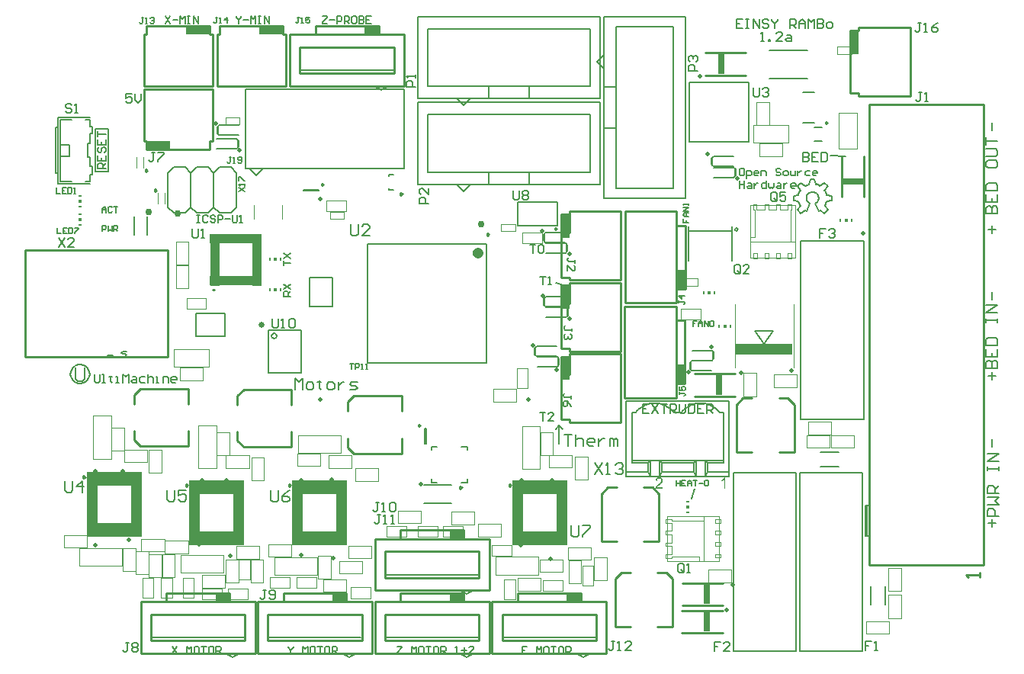
<source format=gto>
G04*
G04 #@! TF.GenerationSoftware,Altium Limited,Altium Designer,18.1.9 (240)*
G04*
G04 Layer_Color=65535*
%FSLAX25Y25*%
%MOIN*%
G70*
G01*
G75*
%ADD10C,0.00984*%
%ADD11C,0.00600*%
%ADD12C,0.00800*%
%ADD13C,0.01000*%
%ADD14C,0.02362*%
%ADD15C,0.00394*%
%ADD16C,0.00500*%
%ADD17C,0.02500*%
%ADD18C,0.03000*%
%ADD19C,0.02000*%
%ADD20C,0.01968*%
%ADD21C,0.00039*%
%ADD22C,0.00197*%
%ADD23C,0.00200*%
%ADD24C,0.00787*%
%ADD25C,0.00700*%
%ADD26C,0.00400*%
%ADD27R,0.02953X0.08790*%
%ADD28R,0.24505X0.04921*%
%ADD29R,0.00590X0.01200*%
%ADD30R,0.00600X0.01200*%
%ADD31R,0.01190X0.01200*%
%ADD32R,0.04921X0.28150*%
%ADD33R,0.24213X0.05945*%
%ADD34R,0.04961X0.28189*%
%ADD35R,0.22559X0.04291*%
%ADD36R,0.04331X0.22520*%
%ADD37R,0.22559X0.04409*%
%ADD38R,0.04370X0.22520*%
%ADD39R,0.01200X0.01190*%
%ADD40R,0.01200X0.00600*%
%ADD41R,0.01200X0.00590*%
%ADD42R,0.08790X0.02953*%
G36*
X11650Y46250D02*
X1345D01*
Y50000D01*
X11650D01*
Y46250D01*
D02*
G37*
G36*
X-20450D02*
X-30755D01*
Y50000D01*
X-20450D01*
Y46250D01*
D02*
G37*
G36*
X263325Y37820D02*
X259575D01*
Y48125D01*
X263325D01*
Y37820D01*
D02*
G37*
G36*
X-37645Y-4100D02*
X-47950D01*
Y-350D01*
X-37645D01*
Y-4100D01*
D02*
G37*
G36*
X136864Y-42615D02*
X133114D01*
Y-32310D01*
X136864D01*
Y-42615D01*
D02*
G37*
G36*
X187475Y-64875D02*
X183725D01*
Y-58015D01*
X187475D01*
Y-64875D01*
D02*
G37*
G36*
X136864Y-73717D02*
X133114D01*
Y-63412D01*
X136864D01*
Y-73717D01*
D02*
G37*
G36*
Y-104820D02*
X133114D01*
Y-94515D01*
X136864D01*
Y-104820D01*
D02*
G37*
G36*
X187375Y-106275D02*
X183625D01*
Y-99415D01*
X187375D01*
Y-106275D01*
D02*
G37*
G36*
X176168Y-147356D02*
X176218Y-147360D01*
X176279Y-147363D01*
X176347Y-147374D01*
X176426Y-147385D01*
X176508Y-147403D01*
X176598Y-147424D01*
X176688Y-147449D01*
X176784Y-147482D01*
X176877Y-147521D01*
X176970Y-147567D01*
X177060Y-147617D01*
X177146Y-147678D01*
X177228Y-147750D01*
X177232Y-147754D01*
X177246Y-147768D01*
X177267Y-147789D01*
X177293Y-147822D01*
X177325Y-147857D01*
X177360Y-147904D01*
X177400Y-147958D01*
X177439Y-148019D01*
X177475Y-148087D01*
X177515Y-148162D01*
X177550Y-148244D01*
X177583Y-148330D01*
X177608Y-148423D01*
X177629Y-148520D01*
X177643Y-148624D01*
X177647Y-148731D01*
Y-148734D01*
Y-148745D01*
Y-148759D01*
Y-148781D01*
X177643Y-148810D01*
X177640Y-148838D01*
X177636Y-148874D01*
X177633Y-148914D01*
X177618Y-149003D01*
X177597Y-149103D01*
X177565Y-149207D01*
X177525Y-149314D01*
Y-149318D01*
X177518Y-149329D01*
X177511Y-149343D01*
X177500Y-149364D01*
X177489Y-149390D01*
X177471Y-149422D01*
X177454Y-149458D01*
X177428Y-149497D01*
X177403Y-149540D01*
X177375Y-149586D01*
X177303Y-149690D01*
X177264Y-149744D01*
X177221Y-149801D01*
X177171Y-149859D01*
X177121Y-149919D01*
X177117Y-149923D01*
X177106Y-149934D01*
X177092Y-149952D01*
X177067Y-149977D01*
X177035Y-150009D01*
X176995Y-150048D01*
X176952Y-150095D01*
X176899Y-150149D01*
X176838Y-150206D01*
X176766Y-150270D01*
X176691Y-150342D01*
X176605Y-150421D01*
X176512Y-150503D01*
X176412Y-150593D01*
X176301Y-150689D01*
X176183Y-150789D01*
X176175Y-150793D01*
X176158Y-150811D01*
X176133Y-150832D01*
X176097Y-150865D01*
X176050Y-150900D01*
X176004Y-150943D01*
X175950Y-150990D01*
X175893Y-151040D01*
X175771Y-151144D01*
X175714Y-151198D01*
X175656Y-151248D01*
X175603Y-151298D01*
X175556Y-151341D01*
X175513Y-151380D01*
X175481Y-151416D01*
X175474Y-151423D01*
X175456Y-151444D01*
X175427Y-151477D01*
X175391Y-151516D01*
X175352Y-151566D01*
X175309Y-151620D01*
X175266Y-151681D01*
X175227Y-151742D01*
X177654D01*
Y-152325D01*
X174382D01*
Y-152322D01*
Y-152314D01*
Y-152304D01*
Y-152289D01*
Y-152268D01*
X174385Y-152246D01*
X174389Y-152189D01*
X174396Y-152128D01*
X174407Y-152057D01*
X174425Y-151981D01*
X174450Y-151906D01*
Y-151903D01*
X174457Y-151892D01*
X174464Y-151874D01*
X174475Y-151849D01*
X174486Y-151817D01*
X174504Y-151781D01*
X174525Y-151742D01*
X174547Y-151699D01*
X174572Y-151649D01*
X174604Y-151599D01*
X174672Y-151488D01*
X174754Y-151369D01*
X174851Y-151248D01*
X174855Y-151244D01*
X174865Y-151233D01*
X174880Y-151215D01*
X174901Y-151190D01*
X174930Y-151158D01*
X174966Y-151122D01*
X175005Y-151079D01*
X175055Y-151033D01*
X175109Y-150979D01*
X175166Y-150922D01*
X175230Y-150861D01*
X175302Y-150793D01*
X175381Y-150725D01*
X175463Y-150653D01*
X175553Y-150578D01*
X175646Y-150499D01*
X175649Y-150496D01*
X175656Y-150492D01*
X175667Y-150481D01*
X175681Y-150471D01*
X175699Y-150453D01*
X175721Y-150435D01*
X175775Y-150388D01*
X175843Y-150335D01*
X175914Y-150267D01*
X175996Y-150195D01*
X176083Y-150116D01*
X176175Y-150034D01*
X176265Y-149948D01*
X176358Y-149862D01*
X176444Y-149773D01*
X176530Y-149687D01*
X176605Y-149604D01*
X176677Y-149522D01*
X176734Y-149447D01*
X176738Y-149443D01*
X176745Y-149429D01*
X176759Y-149407D01*
X176781Y-149382D01*
X176802Y-149347D01*
X176823Y-149307D01*
X176852Y-149261D01*
X176877Y-149211D01*
X176902Y-149157D01*
X176931Y-149100D01*
X176978Y-148974D01*
X176995Y-148910D01*
X177010Y-148845D01*
X177017Y-148781D01*
X177020Y-148717D01*
Y-148713D01*
Y-148699D01*
Y-148681D01*
X177017Y-148656D01*
X177013Y-148624D01*
X177006Y-148588D01*
X176999Y-148548D01*
X176988Y-148505D01*
X176974Y-148459D01*
X176956Y-148409D01*
X176935Y-148359D01*
X176909Y-148308D01*
X176881Y-148255D01*
X176845Y-148205D01*
X176806Y-148154D01*
X176759Y-148108D01*
X176755Y-148104D01*
X176748Y-148097D01*
X176734Y-148087D01*
X176713Y-148069D01*
X176688Y-148051D01*
X176655Y-148029D01*
X176620Y-148004D01*
X176580Y-147983D01*
X176533Y-147958D01*
X176483Y-147936D01*
X176426Y-147915D01*
X176369Y-147897D01*
X176304Y-147879D01*
X176236Y-147868D01*
X176165Y-147861D01*
X176090Y-147857D01*
X176047D01*
X176018Y-147861D01*
X175979Y-147864D01*
X175936Y-147872D01*
X175889Y-147879D01*
X175835Y-147890D01*
X175782Y-147904D01*
X175724Y-147922D01*
X175667Y-147943D01*
X175606Y-147968D01*
X175549Y-148001D01*
X175492Y-148036D01*
X175435Y-148076D01*
X175384Y-148122D01*
X175381Y-148126D01*
X175374Y-148133D01*
X175359Y-148151D01*
X175345Y-148169D01*
X175323Y-148197D01*
X175302Y-148230D01*
X175277Y-148269D01*
X175256Y-148312D01*
X175230Y-148359D01*
X175205Y-148416D01*
X175184Y-148473D01*
X175162Y-148538D01*
X175148Y-148609D01*
X175134Y-148684D01*
X175127Y-148763D01*
X175123Y-148849D01*
X174496Y-148785D01*
Y-148781D01*
Y-148777D01*
X174500Y-148767D01*
Y-148752D01*
X174504Y-148717D01*
X174514Y-148670D01*
X174525Y-148613D01*
X174539Y-148545D01*
X174557Y-148469D01*
X174579Y-148391D01*
X174608Y-148305D01*
X174640Y-148219D01*
X174679Y-148129D01*
X174726Y-148040D01*
X174776Y-147954D01*
X174837Y-147872D01*
X174901Y-147793D01*
X174976Y-147721D01*
X174980Y-147718D01*
X174994Y-147707D01*
X175019Y-147686D01*
X175051Y-147664D01*
X175094Y-147635D01*
X175145Y-147603D01*
X175205Y-147571D01*
X175273Y-147535D01*
X175352Y-147503D01*
X175435Y-147471D01*
X175528Y-147439D01*
X175628Y-147410D01*
X175735Y-147385D01*
X175850Y-147367D01*
X175971Y-147356D01*
X176100Y-147353D01*
X176133D01*
X176168Y-147356D01*
D02*
G37*
G36*
X205101Y-152325D02*
X204492D01*
Y-148452D01*
X204488Y-148455D01*
X204481Y-148462D01*
X204470Y-148473D01*
X204453Y-148487D01*
X204431Y-148505D01*
X204402Y-148530D01*
X204370Y-148556D01*
X204338Y-148584D01*
X204295Y-148613D01*
X204252Y-148649D01*
X204206Y-148681D01*
X204155Y-148720D01*
X204098Y-148756D01*
X204041Y-148795D01*
X203912Y-148874D01*
X203908Y-148878D01*
X203898Y-148885D01*
X203876Y-148896D01*
X203851Y-148906D01*
X203822Y-148924D01*
X203787Y-148946D01*
X203744Y-148967D01*
X203701Y-148992D01*
X203601Y-149042D01*
X203493Y-149092D01*
X203382Y-149143D01*
X203275Y-149186D01*
Y-148598D01*
X203282Y-148595D01*
X203296Y-148588D01*
X203325Y-148573D01*
X203361Y-148556D01*
X203404Y-148534D01*
X203457Y-148505D01*
X203515Y-148473D01*
X203575Y-148437D01*
X203643Y-148394D01*
X203715Y-148351D01*
X203866Y-148251D01*
X204019Y-148140D01*
X204166Y-148019D01*
X204170Y-148015D01*
X204184Y-148004D01*
X204202Y-147986D01*
X204227Y-147961D01*
X204259Y-147929D01*
X204295Y-147893D01*
X204334Y-147850D01*
X204377Y-147807D01*
X204420Y-147757D01*
X204467Y-147703D01*
X204556Y-147592D01*
X204639Y-147474D01*
X204675Y-147413D01*
X204707Y-147353D01*
X205101D01*
Y-152325D01*
D02*
G37*
G54D10*
X131300Y-38700D02*
X130562Y-38274D01*
Y-39126D01*
X131300Y-38700D01*
X101525Y-41107D02*
X100787Y-40681D01*
Y-41533D01*
X101525Y-41107D01*
X111278Y-150812D02*
X110540Y-150386D01*
Y-151238D01*
X111278Y-150812D01*
X-18374Y-65217D02*
X-19161D01*
X-18374D01*
X249516Y7739D02*
X248778Y8166D01*
Y7313D01*
X249516Y7739D01*
X63779Y-23425D02*
X63041Y-22999D01*
Y-23851D01*
X63779Y-23425D01*
X71752Y-124606D02*
X71014Y-124180D01*
Y-125032D01*
X71752Y-124606D01*
X89842Y-151732D02*
X89104Y-151306D01*
Y-152158D01*
X89842Y-151732D01*
X29232Y-19291D02*
X28494Y-18865D01*
Y-19717D01*
X29232Y-19291D01*
X-74860Y-147212D02*
X-75598Y-146786D01*
Y-147638D01*
X-74860Y-147212D01*
X-30122Y-150812D02*
X-30860Y-150386D01*
Y-151238D01*
X-30122Y-150812D01*
X14878D02*
X14140Y-150386D01*
Y-151238D01*
X14878Y-150812D01*
G54D11*
X174175Y-114925D02*
X173203Y-114970D01*
X172239Y-115105D01*
X171291Y-115329D01*
X170369Y-115639D01*
X169479Y-116034D01*
X168630Y-116509D01*
X167828Y-117061D01*
X167080Y-117684D01*
X166394Y-118375D01*
X165775Y-119125D01*
X182575D02*
X181955Y-118375D01*
X181269Y-117684D01*
X180522Y-117061D01*
X179720Y-116509D01*
X178870Y-116034D01*
X177981Y-115639D01*
X177058Y-115329D01*
X176111Y-115105D01*
X175147Y-114970D01*
X174175Y-114925D01*
X194175D02*
X193202Y-114970D01*
X192239Y-115105D01*
X191291Y-115329D01*
X190369Y-115639D01*
X189479Y-116034D01*
X188630Y-116509D01*
X187828Y-117061D01*
X187081Y-117684D01*
X186394Y-118375D01*
X185775Y-119125D01*
X202575D02*
X201955Y-118375D01*
X201269Y-117684D01*
X200522Y-117061D01*
X199720Y-116509D01*
X198871Y-116034D01*
X197981Y-115639D01*
X197058Y-115329D01*
X196111Y-115105D01*
X195147Y-114970D01*
X194175Y-114925D01*
X9087Y-85521D02*
X8736Y-84673D01*
X7887Y-84321D01*
X7039Y-84673D01*
X6687Y-85521D01*
X7039Y-86370D01*
X7887Y-86721D01*
X8736Y-86370D01*
X9087Y-85521D01*
X114240Y-37318D02*
X131760D01*
X114240D02*
Y-27082D01*
X131760D01*
Y-37318D02*
Y-27082D01*
X119333Y18261D02*
Y23576D01*
X101617Y18261D02*
Y23576D01*
X70672Y18261D02*
Y54088D01*
X150278D01*
Y18261D02*
Y54088D01*
X70672Y18261D02*
X150278D01*
X161675Y-146925D02*
X172175D01*
X161675D02*
Y-144925D01*
Y-113925D01*
X164175Y-139925D02*
Y-118925D01*
X165875D01*
X164175Y-139925D02*
X172175D01*
X161675Y-144925D02*
X171175D01*
X164175Y-140925D02*
X171175D01*
Y-144925D02*
X172175Y-146925D01*
X171175Y-140925D02*
X172175Y-139925D01*
X164175Y-140925D02*
Y-139925D01*
X176175D02*
X177175Y-140925D01*
Y-144925D02*
Y-140925D01*
X176175Y-146925D02*
X177175Y-144925D01*
X171175Y-140925D02*
X172175Y-139925D01*
X171175Y-144925D02*
X172175Y-146925D01*
X171175Y-144925D02*
Y-140925D01*
X172175Y-146925D02*
Y-139925D01*
X176175Y-146925D02*
Y-139925D01*
X164175Y-118925D02*
X165675D01*
X191175Y-140925D02*
X192175Y-139925D01*
X196175D02*
X197175Y-140925D01*
X196175Y-146925D02*
X197175Y-144925D01*
X191175D02*
X192175Y-146925D01*
X191175Y-144925D02*
Y-140925D01*
X197175Y-144925D02*
Y-140925D01*
X196175Y-146925D02*
Y-139925D01*
X192175Y-146925D02*
Y-139925D01*
X197175Y-140925D02*
X204175D01*
X177175D02*
X191175D01*
X177175Y-144925D02*
X191175D01*
X197175D02*
X206675D01*
X172175Y-146925D02*
X176175D01*
X192175D01*
X196175D01*
X206675D01*
X172175Y-139925D02*
X176175D01*
X192175D01*
X196175D01*
X204175D01*
X202475Y-118925D02*
X204175D01*
X182675D02*
X185675D01*
X204175Y-140925D02*
Y-139925D01*
Y-118925D01*
X206675Y-144925D02*
Y-113925D01*
Y-146925D02*
Y-144925D01*
X161675Y-113925D02*
X206675D01*
X151830Y5487D02*
X157145D01*
X151830Y23204D02*
X157145D01*
X151830Y54149D02*
X187657D01*
Y-25458D02*
Y54149D01*
X151830Y-25458D02*
X187657D01*
X151830D02*
Y54149D01*
X-38672Y-29269D02*
X-36172Y-31769D01*
X-31172D02*
X-28672Y-29269D01*
X-26172Y-31769D01*
X-21172D02*
X-18673Y-29269D01*
X-38672D02*
Y-14269D01*
X-36172Y-11769D01*
X-31172D01*
X-28672Y-14269D01*
X-26172Y-11769D01*
X-21172D01*
X-18673Y-14269D01*
X-28672Y-29269D02*
Y-14269D01*
X-18673Y-29269D02*
Y-14269D01*
X-26172Y-31769D02*
X-21172D01*
X-36172D02*
X-31172D01*
X-18673Y-29269D02*
X-16172Y-31769D01*
X-11173D02*
X-8672Y-29269D01*
X-18673Y-14269D02*
X-16172Y-11769D01*
X-11173D01*
X-8672Y-14269D01*
Y-29269D02*
Y-14269D01*
X-16172Y-31769D02*
X-11173D01*
X-86752Y-18828D02*
X-72752D01*
X-86752D02*
Y-14328D01*
Y10172D02*
X-72752D01*
X-85752Y-1828D02*
Y9172D01*
X-87752Y5672D02*
X-86752D01*
X-87752Y672D02*
Y5672D01*
Y-14328D02*
X-86752D01*
Y10172D01*
X-87752Y-9328D02*
Y672D01*
Y-14328D02*
Y-9328D01*
X-85752Y-1828D02*
X-81752D01*
X-85752Y-6828D02*
Y-1828D01*
X-81752Y-6828D02*
Y-1828D01*
X-85752Y-6828D02*
X-81752D01*
X-85752Y-17828D02*
Y-6828D01*
X-72752Y6172D02*
Y9172D01*
Y6172D02*
X-71752D01*
Y3172D02*
Y6172D01*
X-72752Y3172D02*
X-71752D01*
X-72752Y-1328D02*
Y3172D01*
X-73752Y-1328D02*
X-72752D01*
X-73752Y-7328D02*
Y-1328D01*
Y-7328D02*
X-72752D01*
Y-11328D02*
Y-7328D01*
Y-11328D02*
X-71752D01*
Y-14828D02*
Y-11328D01*
X-72752Y-14828D02*
X-71752D01*
X-72752Y-17828D02*
Y-14828D01*
X-74752Y9172D02*
X-72752D01*
X-85752D02*
X-80752D01*
X-85752Y-17828D02*
X-80752D01*
X-74752D02*
X-72752D01*
X-47708Y-41300D02*
Y-33363D01*
X-53264Y-41300D02*
Y-33363D01*
X51695Y23742D02*
X54695Y22042D01*
X57695Y23742D01*
X19595Y30643D02*
X59774D01*
X70672Y-19239D02*
X150278D01*
Y16588D01*
X70672D02*
X150278D01*
X70672Y-19239D02*
Y16588D01*
X101617Y-19239D02*
Y-13924D01*
X119333Y-19239D02*
Y-13924D01*
X-45600Y-217400D02*
X-5421D01*
X-10500Y-226000D02*
X-7500Y-224300D01*
X-13500D02*
X-10500Y-226000D01*
X5581Y-217400D02*
X45760D01*
X40681Y-226000D02*
X43681Y-224300D01*
X37681D02*
X40681Y-226000D01*
X56762Y-189841D02*
X96941D01*
X91862Y-198441D02*
X94862Y-196741D01*
X88862D02*
X91862Y-198441D01*
X56762Y-217400D02*
X96941D01*
X91862Y-226000D02*
X94862Y-224300D01*
X88862D02*
X91862Y-226000D01*
X107983Y-217361D02*
X148161D01*
X143083Y-225961D02*
X146083Y-224261D01*
X140083D02*
X143083Y-225961D01*
X124016Y-118921D02*
X126415D01*
X125215D01*
Y-122520D01*
X130014D02*
X127615D01*
X130014Y-120121D01*
Y-119521D01*
X129414Y-118921D01*
X128214D01*
X127615Y-119521D01*
X124094Y-59551D02*
X126494D01*
X125294D01*
Y-63150D01*
X127693D02*
X128893D01*
X128293D01*
Y-59551D01*
X127693Y-60151D01*
X119644Y-45614D02*
X122043D01*
X120844D01*
Y-49213D01*
X123243Y-46214D02*
X123843Y-45614D01*
X125042D01*
X125642Y-46214D01*
Y-48613D01*
X125042Y-49213D01*
X123843D01*
X123243Y-48613D01*
Y-46214D01*
X-25925Y-32626D02*
X-24859D01*
X-25392D01*
Y-35825D01*
X-25925D01*
X-24859D01*
X-21127Y-33159D02*
X-21660Y-32626D01*
X-22726D01*
X-23259Y-33159D01*
Y-35292D01*
X-22726Y-35825D01*
X-21660D01*
X-21127Y-35292D01*
X-17928Y-33159D02*
X-18461Y-32626D01*
X-19527D01*
X-20060Y-33159D01*
Y-33693D01*
X-19527Y-34226D01*
X-18461D01*
X-17928Y-34759D01*
Y-35292D01*
X-18461Y-35825D01*
X-19527D01*
X-20060Y-35292D01*
X-16861Y-35825D02*
Y-32626D01*
X-15262D01*
X-14729Y-33159D01*
Y-34226D01*
X-15262Y-34759D01*
X-16861D01*
X-13663Y-34226D02*
X-11530D01*
X-10464Y-32626D02*
Y-35292D01*
X-9930Y-35825D01*
X-8864D01*
X-8331Y-35292D01*
Y-32626D01*
X-7265Y-35825D02*
X-6198D01*
X-6731D01*
Y-32626D01*
X-7265Y-33159D01*
X28900Y54199D02*
X31033D01*
Y53666D01*
X28900Y51533D01*
Y51000D01*
X31033D01*
X32099Y52600D02*
X34232D01*
X35298Y51000D02*
Y54199D01*
X36897D01*
X37431Y53666D01*
Y52600D01*
X36897Y52066D01*
X35298D01*
X38497Y51000D02*
Y54199D01*
X40096D01*
X40630Y53666D01*
Y52600D01*
X40096Y52066D01*
X38497D01*
X39563D02*
X40630Y51000D01*
X43295Y54199D02*
X42229D01*
X41696Y53666D01*
Y51533D01*
X42229Y51000D01*
X43295D01*
X43828Y51533D01*
Y53666D01*
X43295Y54199D01*
X44895D02*
Y51000D01*
X46494D01*
X47028Y51533D01*
Y52066D01*
X46494Y52600D01*
X44895D01*
X46494D01*
X47028Y53133D01*
Y53666D01*
X46494Y54199D01*
X44895D01*
X50226D02*
X48094D01*
Y51000D01*
X50226D01*
X48094Y52600D02*
X49160D01*
X-8800Y54199D02*
Y53666D01*
X-7734Y52600D01*
X-6667Y53666D01*
Y54199D01*
X-7734Y52600D02*
Y51000D01*
X-5601Y52600D02*
X-3468D01*
X-2402Y51000D02*
Y54199D01*
X-1336Y53133D01*
X-269Y54199D01*
Y51000D01*
X797Y54199D02*
X1863D01*
X1330D01*
Y51000D01*
X797D01*
X1863D01*
X3463D02*
Y54199D01*
X5595Y51000D01*
Y54199D01*
X-39700D02*
X-37567Y51000D01*
Y54199D02*
X-39700Y51000D01*
X-36501Y52600D02*
X-34368D01*
X-33302Y51000D02*
Y54199D01*
X-32236Y53133D01*
X-31169Y54199D01*
Y51000D01*
X-30103Y54199D02*
X-29037D01*
X-29570D01*
Y51000D01*
X-30103D01*
X-29037D01*
X-27437D02*
Y54199D01*
X-25305Y51000D01*
Y54199D01*
X11901Y-54700D02*
Y-52567D01*
Y-53634D01*
X15100D01*
X11901Y-51501D02*
X15100Y-49368D01*
X11901D02*
X15100Y-51501D01*
X-79173Y-99396D02*
Y-104394D01*
X-78174Y-105394D01*
X-76174D01*
X-75174Y-104394D01*
Y-99396D01*
X-36800Y-221201D02*
X-34667Y-224400D01*
Y-221201D02*
X-36800Y-224400D01*
X-30402D02*
Y-221201D01*
X-29336Y-222267D01*
X-28269Y-221201D01*
Y-224400D01*
X-25604Y-221201D02*
X-26670D01*
X-27203Y-221734D01*
Y-223867D01*
X-26670Y-224400D01*
X-25604D01*
X-25070Y-223867D01*
Y-221734D01*
X-25604Y-221201D01*
X-24004D02*
X-21871D01*
X-22938D01*
Y-224400D01*
X-19206Y-221201D02*
X-20272D01*
X-20805Y-221734D01*
Y-223867D01*
X-20272Y-224400D01*
X-19206D01*
X-18673Y-223867D01*
Y-221734D01*
X-19206Y-221201D01*
X-17606Y-224400D02*
Y-221201D01*
X-16007D01*
X-15473Y-221734D01*
Y-222800D01*
X-16007Y-223334D01*
X-17606D01*
X-16540D02*
X-15473Y-224400D01*
X-59025Y-94525D02*
X-57426D01*
X-56893Y-93992D01*
X-57426Y-93459D01*
X-58492D01*
X-59025Y-92926D01*
X-58492Y-92393D01*
X-56893D01*
X61475Y-221226D02*
X63607D01*
Y-221759D01*
X61475Y-223892D01*
Y-224425D01*
X63607D01*
X67873D02*
Y-221226D01*
X68939Y-222293D01*
X70005Y-221226D01*
Y-224425D01*
X72671Y-221226D02*
X71605D01*
X71072Y-221759D01*
Y-223892D01*
X71605Y-224425D01*
X72671D01*
X73204Y-223892D01*
Y-221759D01*
X72671Y-221226D01*
X74271D02*
X76403D01*
X75337D01*
Y-224425D01*
X79069Y-221226D02*
X78003D01*
X77470Y-221759D01*
Y-223892D01*
X78003Y-224425D01*
X79069D01*
X79602Y-223892D01*
Y-221759D01*
X79069Y-221226D01*
X80669Y-224425D02*
Y-221226D01*
X82268D01*
X82801Y-221759D01*
Y-222826D01*
X82268Y-223359D01*
X80669D01*
X81735D02*
X82801Y-224425D01*
X87067D02*
X88133D01*
X87600D01*
Y-221226D01*
X87067Y-221759D01*
X89732Y-222826D02*
X91865D01*
X90799Y-221759D02*
Y-223892D01*
X95064Y-224425D02*
X92931D01*
X95064Y-222293D01*
Y-221759D01*
X94531Y-221226D01*
X93464D01*
X92931Y-221759D01*
X-65025Y-94026D02*
X-62893D01*
X13975Y-221226D02*
Y-221759D01*
X15041Y-222826D01*
X16107Y-221759D01*
Y-221226D01*
X15041Y-222826D02*
Y-224425D01*
X20373D02*
Y-221226D01*
X21439Y-222293D01*
X22505Y-221226D01*
Y-224425D01*
X25171Y-221226D02*
X24105D01*
X23572Y-221759D01*
Y-223892D01*
X24105Y-224425D01*
X25171D01*
X25704Y-223892D01*
Y-221759D01*
X25171Y-221226D01*
X26771D02*
X28903D01*
X27837D01*
Y-224425D01*
X31569Y-221226D02*
X30503D01*
X29970Y-221759D01*
Y-223892D01*
X30503Y-224425D01*
X31569D01*
X32102Y-223892D01*
Y-221759D01*
X31569Y-221226D01*
X33169Y-224425D02*
Y-221226D01*
X34768D01*
X35301Y-221759D01*
Y-222826D01*
X34768Y-223359D01*
X33169D01*
X34235D02*
X35301Y-224425D01*
X211275Y-17726D02*
Y-20925D01*
Y-19326D01*
X213407D01*
Y-17726D01*
Y-20925D01*
X215007Y-18793D02*
X216073D01*
X216606Y-19326D01*
Y-20925D01*
X215007D01*
X214474Y-20392D01*
X215007Y-19859D01*
X216606D01*
X217673Y-18793D02*
Y-20925D01*
Y-19859D01*
X218206Y-19326D01*
X218739Y-18793D01*
X219272D01*
X223004Y-17726D02*
Y-20925D01*
X221405D01*
X220872Y-20392D01*
Y-19326D01*
X221405Y-18793D01*
X223004D01*
X224071D02*
Y-20392D01*
X224604Y-20925D01*
X225137Y-20392D01*
X225670Y-20925D01*
X226203Y-20392D01*
Y-18793D01*
X227803D02*
X228869D01*
X229402Y-19326D01*
Y-20925D01*
X227803D01*
X227270Y-20392D01*
X227803Y-19859D01*
X229402D01*
X230469Y-18793D02*
Y-20925D01*
Y-19859D01*
X231002Y-19326D01*
X231535Y-18793D01*
X232068D01*
X235267Y-20925D02*
X234201D01*
X233668Y-20392D01*
Y-19326D01*
X234201Y-18793D01*
X235267D01*
X235800Y-19326D01*
Y-19859D01*
X233668D01*
X212774Y-12226D02*
X211708D01*
X211175Y-12759D01*
Y-14892D01*
X211708Y-15425D01*
X212774D01*
X213307Y-14892D01*
Y-12759D01*
X212774Y-12226D01*
X214374Y-16491D02*
Y-13293D01*
X215973D01*
X216506Y-13826D01*
Y-14892D01*
X215973Y-15425D01*
X214374D01*
X219172D02*
X218106D01*
X217573Y-14892D01*
Y-13826D01*
X218106Y-13293D01*
X219172D01*
X219705Y-13826D01*
Y-14359D01*
X217573D01*
X220772Y-15425D02*
Y-13293D01*
X222371D01*
X222904Y-13826D01*
Y-15425D01*
X229302Y-12759D02*
X228769Y-12226D01*
X227703D01*
X227170Y-12759D01*
Y-13293D01*
X227703Y-13826D01*
X228769D01*
X229302Y-14359D01*
Y-14892D01*
X228769Y-15425D01*
X227703D01*
X227170Y-14892D01*
X230902Y-15425D02*
X231968D01*
X232501Y-14892D01*
Y-13826D01*
X231968Y-13293D01*
X230902D01*
X230369Y-13826D01*
Y-14892D01*
X230902Y-15425D01*
X233568Y-13293D02*
Y-14892D01*
X234101Y-15425D01*
X235700D01*
Y-13293D01*
X236767D02*
Y-15425D01*
Y-14359D01*
X237300Y-13826D01*
X237833Y-13293D01*
X238366D01*
X242098D02*
X240499D01*
X239966Y-13826D01*
Y-14892D01*
X240499Y-15425D01*
X242098D01*
X244764D02*
X243698D01*
X243164Y-14892D01*
Y-13826D01*
X243698Y-13293D01*
X244764D01*
X245297Y-13826D01*
Y-14359D01*
X243164D01*
X118307Y-221426D02*
X116175D01*
Y-224625D01*
X118307D01*
X116175Y-223026D02*
X117241D01*
X122573Y-224625D02*
Y-221426D01*
X123639Y-222493D01*
X124705Y-221426D01*
Y-224625D01*
X127371Y-221426D02*
X126305D01*
X125772Y-221959D01*
Y-224092D01*
X126305Y-224625D01*
X127371D01*
X127904Y-224092D01*
Y-221959D01*
X127371Y-221426D01*
X128971D02*
X131103D01*
X130037D01*
Y-224625D01*
X133769Y-221426D02*
X132703D01*
X132170Y-221959D01*
Y-224092D01*
X132703Y-224625D01*
X133769D01*
X134302Y-224092D01*
Y-221959D01*
X133769Y-221426D01*
X135369Y-224625D02*
Y-221426D01*
X136968D01*
X137501Y-221959D01*
Y-223026D01*
X136968Y-223559D01*
X135369D01*
X136435D02*
X137501Y-224625D01*
X15100Y-68200D02*
X11901D01*
Y-66601D01*
X12434Y-66067D01*
X13500D01*
X14034Y-66601D01*
Y-68200D01*
Y-67134D02*
X15100Y-66067D01*
X11901Y-65001D02*
X15100Y-62868D01*
X11901D02*
X15100Y-65001D01*
X-65850Y-12400D02*
X-69349D01*
Y-10651D01*
X-68766Y-10067D01*
X-67600D01*
X-67017Y-10651D01*
Y-12400D01*
Y-11234D02*
X-65850Y-10067D01*
X-69349Y-6569D02*
Y-8901D01*
X-65850D01*
Y-6569D01*
X-67600Y-8901D02*
Y-7735D01*
X-68766Y-3070D02*
X-69349Y-3653D01*
Y-4819D01*
X-68766Y-5402D01*
X-68183D01*
X-67600Y-4819D01*
Y-3653D01*
X-67017Y-3070D01*
X-66434D01*
X-65850Y-3653D01*
Y-4819D01*
X-66434Y-5402D01*
X-69349Y429D02*
Y-1903D01*
X-65850D01*
Y429D01*
X-67600Y-1903D02*
Y-737D01*
X-69349Y1595D02*
Y3928D01*
Y2762D01*
X-65850D01*
X137633Y-112962D02*
Y-111796D01*
Y-112379D01*
X134717D01*
X134134Y-111796D01*
Y-111213D01*
X134717Y-110630D01*
X137633Y-116461D02*
X137050Y-115295D01*
X135883Y-114129D01*
X134717D01*
X134134Y-114712D01*
Y-115878D01*
X134717Y-116461D01*
X135300D01*
X135883Y-115878D01*
Y-114129D01*
X137987Y-83474D02*
Y-82308D01*
Y-82891D01*
X135071D01*
X134488Y-82308D01*
Y-81725D01*
X135071Y-81142D01*
X137404Y-84641D02*
X137987Y-85224D01*
Y-86390D01*
X137404Y-86973D01*
X136821D01*
X136238Y-86390D01*
Y-85807D01*
Y-86390D01*
X135654Y-86973D01*
X135071D01*
X134488Y-86390D01*
Y-85224D01*
X135071Y-84641D01*
X139374Y-53592D02*
Y-52426D01*
Y-53009D01*
X136458D01*
X135875Y-52426D01*
Y-51843D01*
X136458Y-51260D01*
X135875Y-57091D02*
Y-54759D01*
X138207Y-57091D01*
X138791D01*
X139374Y-56508D01*
Y-55342D01*
X138791Y-54759D01*
G54D12*
X248475Y-28525D02*
X248961Y-27560D01*
X249275Y-26525D01*
X249375Y-23725D02*
X249003Y-22786D01*
X248475Y-21925D01*
X246375Y-19925D02*
X245506Y-19455D01*
X244575Y-19125D01*
X241675Y-19225D02*
X240798Y-19510D01*
X239975Y-19925D01*
X237875Y-21925D02*
X237401Y-22792D01*
X237075Y-23725D01*
Y-26725D02*
X237402Y-27657D01*
X237875Y-28525D01*
X244375Y-27625D02*
X245158Y-27049D01*
X245689Y-26235D01*
X245901Y-25287D01*
X245767Y-24324D01*
X245304Y-23470D01*
X244571Y-22831D01*
X243661Y-22491D01*
X242689D01*
X241779Y-22831D01*
X241046Y-23470D01*
X240583Y-24324D01*
X240449Y-25287D01*
X240661Y-26235D01*
X241192Y-27049D01*
X241975Y-27625D01*
X210580Y-39009D02*
X210036Y-38260D01*
X209155Y-38546D01*
Y-39472D01*
X210036Y-39758D01*
X210580Y-39009D01*
X-118Y-15276D02*
X2835Y-12323D01*
X-315Y-15079D02*
X-118Y-15276D01*
X-3071Y-12323D02*
X-315Y-15079D01*
X-4724Y-12323D02*
Y22323D01*
X64724D01*
Y-12323D02*
Y22323D01*
X-4724Y-12323D02*
X64724D01*
X90461Y15275D02*
X93448Y18261D01*
X87475D02*
X90461Y15275D01*
X148843Y34359D02*
X151830Y31372D01*
X148843Y34359D02*
X151830Y37346D01*
X244375Y-27625D02*
X245775Y-31025D01*
X246575Y-30625D01*
X248375Y-31825D01*
X249775Y-30425D01*
X248475Y-28625D02*
X249775Y-30425D01*
X249275Y-26625D02*
X251475Y-26225D01*
Y-24225D01*
X249275Y-23825D02*
X251475Y-24225D01*
X248375Y-21925D02*
X249775Y-20025D01*
X248375Y-18625D02*
X249775Y-20025D01*
X246375Y-19925D02*
X248375Y-18625D01*
X244075Y-16825D02*
X244575Y-19225D01*
X242175Y-16825D02*
X244075D01*
X241675Y-19225D02*
X242175Y-16825D01*
X237975Y-18625D02*
X239875Y-19925D01*
X236575Y-20025D02*
X237975Y-18625D01*
X236575Y-20025D02*
X237875Y-21925D01*
X234775Y-24225D02*
X237075Y-23825D01*
X234775Y-26225D02*
Y-24225D01*
Y-26225D02*
X236975Y-26625D01*
X236575Y-30425D02*
X237775Y-28625D01*
X236575Y-30425D02*
X237975Y-31825D01*
X239775Y-30625D01*
X240475Y-31025D01*
X241975Y-27625D01*
X5107Y-101521D02*
Y-82973D01*
X19587D01*
Y-101521D02*
Y-82973D01*
X5107Y-101521D02*
X19587D01*
X218008Y-83406D02*
X222008Y-88874D01*
X225945Y-83406D01*
X218008D02*
X225945D01*
X188875Y-52710D02*
Y-39698D01*
Y-37729D01*
X207824Y-39698D02*
Y-37729D01*
Y-52710D02*
Y-39698D01*
X188875D02*
X207824D01*
X266975Y-173025D02*
X267775D01*
X266975D02*
Y-159525D01*
X267775D01*
X266275Y-173025D02*
X266975D01*
X266275D02*
Y-159525D01*
X267775D01*
X250975Y-6525D02*
X257575Y-6925D01*
X87475Y-19239D02*
X90461Y-22225D01*
X93448Y-19239D01*
X132400Y-132700D02*
Y-124800D01*
X130900Y-126300D02*
X132400Y-124800D01*
X133900Y-126300D01*
X-64750Y-13600D02*
Y5100D01*
X-70550D02*
X-64750D01*
X-70550Y-13600D02*
Y5100D01*
Y-13600D02*
X-64750D01*
X190300Y-156500D02*
X191500Y-152400D01*
X130820Y-62251D02*
X134420Y-63451D01*
X147900Y-141102D02*
X151232Y-146100D01*
Y-141102D02*
X147900Y-146100D01*
X152898D02*
X154564D01*
X153731D01*
Y-141102D01*
X152898Y-141935D01*
X157064D02*
X157897Y-141102D01*
X159563D01*
X160396Y-141935D01*
Y-142768D01*
X159563Y-143601D01*
X158730D01*
X159563D01*
X160396Y-144434D01*
Y-145267D01*
X159563Y-146100D01*
X157897D01*
X157064Y-145267D01*
X41181Y-36694D02*
Y-40860D01*
X42014Y-41693D01*
X43680D01*
X44513Y-40860D01*
Y-36694D01*
X49512Y-41693D02*
X46180D01*
X49512Y-38361D01*
Y-37528D01*
X48679Y-36694D01*
X47012D01*
X46180Y-37528D01*
X137700Y-168402D02*
Y-172567D01*
X138533Y-173400D01*
X140199D01*
X141032Y-172567D01*
Y-168402D01*
X142698D02*
X146031D01*
Y-169235D01*
X142698Y-172567D01*
Y-173400D01*
X220575Y43375D02*
X221908D01*
X221241D01*
Y47374D01*
X220575Y46707D01*
X223907Y43375D02*
Y44041D01*
X224573D01*
Y43375D01*
X223907D01*
X229905D02*
X227239D01*
X229905Y46041D01*
Y46707D01*
X229239Y47374D01*
X227906D01*
X227239Y46707D01*
X231905Y46041D02*
X233237D01*
X233904Y45374D01*
Y43375D01*
X231905D01*
X231238Y44041D01*
X231905Y44708D01*
X233904D01*
X134700Y-128502D02*
X138032D01*
X136366D01*
Y-133500D01*
X139698Y-128502D02*
Y-133500D01*
Y-131001D01*
X140531Y-130168D01*
X142198D01*
X143031Y-131001D01*
Y-133500D01*
X147196D02*
X145530D01*
X144697Y-132667D01*
Y-131001D01*
X145530Y-130168D01*
X147196D01*
X148029Y-131001D01*
Y-131834D01*
X144697D01*
X149695Y-130168D02*
Y-133500D01*
Y-131834D01*
X150528Y-131001D01*
X151361Y-130168D01*
X152194D01*
X154693Y-133500D02*
Y-130168D01*
X155527D01*
X156360Y-131001D01*
Y-133500D01*
Y-131001D01*
X157193Y-130168D01*
X158026Y-131001D01*
Y-133500D01*
X16775Y-109125D02*
Y-104127D01*
X18441Y-105793D01*
X20107Y-104127D01*
Y-109125D01*
X22606D02*
X24272D01*
X25105Y-108292D01*
Y-106626D01*
X24272Y-105793D01*
X22606D01*
X21773Y-106626D01*
Y-108292D01*
X22606Y-109125D01*
X27605Y-104960D02*
Y-105793D01*
X26772D01*
X28438D01*
X27605D01*
Y-108292D01*
X28438Y-109125D01*
X31770D02*
X33436D01*
X34269Y-108292D01*
Y-106626D01*
X33436Y-105793D01*
X31770D01*
X30937Y-106626D01*
Y-108292D01*
X31770Y-109125D01*
X35935Y-105793D02*
Y-109125D01*
Y-107459D01*
X36768Y-106626D01*
X37601Y-105793D01*
X38434D01*
X40934Y-109125D02*
X43433D01*
X44266Y-108292D01*
X43433Y-107459D01*
X41767D01*
X40934Y-106626D01*
X41767Y-105793D01*
X44266D01*
X321576Y-169125D02*
Y-165793D01*
X319910Y-167459D02*
X323242D01*
X321576Y-134136D02*
Y-130804D01*
X212641Y52873D02*
X209975D01*
Y48875D01*
X212641D01*
X209975Y50874D02*
X211308D01*
X213973Y52873D02*
X215306D01*
X214640D01*
Y48875D01*
X213973D01*
X215306D01*
X217306D02*
Y52873D01*
X219972Y48875D01*
Y52873D01*
X223970Y52207D02*
X223304Y52873D01*
X221971D01*
X221304Y52207D01*
Y51541D01*
X221971Y50874D01*
X223304D01*
X223970Y50208D01*
Y49541D01*
X223304Y48875D01*
X221971D01*
X221304Y49541D01*
X225303Y52873D02*
Y52207D01*
X226636Y50874D01*
X227969Y52207D01*
Y52873D01*
X226636Y50874D02*
Y48875D01*
X233301D02*
Y52873D01*
X235300D01*
X235966Y52207D01*
Y50874D01*
X235300Y50208D01*
X233301D01*
X234633D02*
X235966Y48875D01*
X237299D02*
Y51541D01*
X238632Y52873D01*
X239965Y51541D01*
Y48875D01*
Y50874D01*
X237299D01*
X241298Y48875D02*
Y52873D01*
X242631Y51541D01*
X243964Y52873D01*
Y48875D01*
X245297Y52873D02*
Y48875D01*
X247296D01*
X247962Y49541D01*
Y50208D01*
X247296Y50874D01*
X245297D01*
X247296D01*
X247962Y51541D01*
Y52207D01*
X247296Y52873D01*
X245297D01*
X249962Y48875D02*
X251295D01*
X251961Y49541D01*
Y50874D01*
X251295Y51541D01*
X249962D01*
X249295Y50874D01*
Y49541D01*
X249962Y48875D01*
X324475Y-164425D02*
X319476D01*
Y-161926D01*
X320309Y-161093D01*
X321976D01*
X322809Y-161926D01*
Y-164425D01*
X319476Y-159427D02*
X324475D01*
X322809Y-157761D01*
X324475Y-156095D01*
X319476D01*
X324475Y-154428D02*
X319476D01*
Y-151929D01*
X320309Y-151096D01*
X321976D01*
X322809Y-151929D01*
Y-154428D01*
Y-152762D02*
X324475Y-151096D01*
X319476Y-144432D02*
Y-142766D01*
Y-143599D01*
X324475D01*
Y-144432D01*
Y-142766D01*
Y-140266D02*
X319476D01*
X324475Y-136934D01*
X319476D01*
X319076Y-99525D02*
X324075D01*
Y-97026D01*
X323242Y-96193D01*
X322409D01*
X321576Y-97026D01*
Y-99525D01*
Y-97026D01*
X320743Y-96193D01*
X319910D01*
X319076Y-97026D01*
Y-99525D01*
Y-91195D02*
Y-94527D01*
X324075D01*
Y-91195D01*
X321576Y-94527D02*
Y-92861D01*
X319076Y-89528D02*
X324075D01*
Y-87029D01*
X323242Y-86196D01*
X319910D01*
X319076Y-87029D01*
Y-89528D01*
Y-79532D02*
Y-77865D01*
Y-78699D01*
X324075D01*
Y-79532D01*
Y-77865D01*
Y-75366D02*
X319076D01*
X324075Y-72034D01*
X319076D01*
X321576Y-104625D02*
Y-101293D01*
X319910Y-102959D02*
X323242D01*
X321576Y-69636D02*
Y-66304D01*
Y-40625D02*
Y-37293D01*
X319910Y-38959D02*
X323242D01*
X321576Y4360D02*
Y7693D01*
X319076Y-32025D02*
X324075D01*
Y-29526D01*
X323242Y-28693D01*
X322409D01*
X321576Y-29526D01*
Y-32025D01*
Y-29526D01*
X320743Y-28693D01*
X319910D01*
X319076Y-29526D01*
Y-32025D01*
Y-23695D02*
Y-27027D01*
X324075D01*
Y-23695D01*
X321576Y-27027D02*
Y-25361D01*
X319076Y-22028D02*
X324075D01*
Y-19529D01*
X323242Y-18696D01*
X319910D01*
X319076Y-19529D01*
Y-22028D01*
Y-9533D02*
Y-11199D01*
X319910Y-12032D01*
X323242D01*
X324075Y-11199D01*
Y-9533D01*
X323242Y-8699D01*
X319910D01*
X319076Y-9533D01*
Y-7033D02*
X323242D01*
X324075Y-6200D01*
Y-4534D01*
X323242Y-3701D01*
X319076D01*
Y-2035D02*
Y1297D01*
Y-369D01*
X324075D01*
X6275Y-153127D02*
Y-157292D01*
X7108Y-158125D01*
X8774D01*
X9607Y-157292D01*
Y-153127D01*
X14605D02*
X12939Y-153960D01*
X11273Y-155626D01*
Y-157292D01*
X12106Y-158125D01*
X13772D01*
X14605Y-157292D01*
Y-156459D01*
X13772Y-155626D01*
X11273D01*
X-38925Y-152827D02*
Y-156992D01*
X-38092Y-157825D01*
X-36426D01*
X-35593Y-156992D01*
Y-152827D01*
X-30595D02*
X-33927D01*
Y-155326D01*
X-32261Y-154493D01*
X-31428D01*
X-30595Y-155326D01*
Y-156992D01*
X-31428Y-157825D01*
X-33094D01*
X-33927Y-156992D01*
X-83625Y-148927D02*
Y-153092D01*
X-82792Y-153925D01*
X-81126D01*
X-80293Y-153092D01*
Y-148927D01*
X-76128Y-153925D02*
Y-148927D01*
X-78627Y-151426D01*
X-75295D01*
X-44459Y-5327D02*
X-45792D01*
X-45126D01*
Y-8659D01*
X-45792Y-9325D01*
X-46459D01*
X-47125Y-8659D01*
X-43126Y-5327D02*
X-40461D01*
Y-5993D01*
X-43126Y-8659D01*
Y-9325D01*
G54D13*
X-47828Y-13169D02*
X-48488Y-12787D01*
Y-13550D01*
X-47828Y-13169D01*
X-43825Y-21869D02*
X-44485Y-21488D01*
Y-22251D01*
X-43825Y-21869D01*
X196217Y38275D02*
X213975D01*
X196217Y28354D02*
X213975D01*
X191575Y-111925D02*
X209333D01*
X191575Y-102004D02*
X209333D01*
X-38841Y-94557D02*
Y-48028D01*
X-100901Y-94557D02*
X-38841D01*
X-100901D02*
Y-48028D01*
X-38841D01*
X-29814Y-115220D02*
Y-108527D01*
Y-133724D02*
Y-127031D01*
X-53436Y-130968D02*
Y-127031D01*
Y-130968D02*
X-50680Y-133724D01*
Y-133724D02*
X-29814D01*
X-53436Y-115220D02*
Y-111283D01*
X-50680Y-108527D02*
X-29814D01*
X-53436Y-111283D02*
X-50680Y-108527D01*
X183625Y-78725D02*
Y-72525D01*
Y-78725D02*
X187375D01*
Y-106275D02*
Y-78725D01*
X183625Y-106275D02*
X187375D01*
X183625Y-112525D02*
Y-106275D01*
X161075Y-112525D02*
X183625D01*
X161075D02*
Y-72525D01*
X183625D01*
Y-106275D02*
Y-78725D01*
X-17100Y46250D02*
X-15900D01*
Y50000D01*
X11650D01*
Y46250D02*
Y50000D01*
Y46250D02*
X12900D01*
Y23700D02*
Y46250D01*
X-17100Y23700D02*
X12900D01*
X-17100D02*
Y46250D01*
X47695Y47142D02*
X53445D01*
X47695Y48043D02*
X53345D01*
X47695Y46265D02*
Y50042D01*
Y49042D02*
X53445D01*
Y46292D02*
Y50042D01*
X25895D02*
X53445D01*
X25822Y46265D02*
X53372D01*
X19095Y40751D02*
X60207D01*
X19095Y29243D02*
Y40751D01*
Y29243D02*
X60207D01*
Y40751D01*
X14695Y23742D02*
Y46292D01*
Y23742D02*
X64695D01*
Y46292D01*
X53445D02*
X64695D01*
X25895D02*
Y50042D01*
X14695Y46292D02*
X25895D01*
X267775Y-185775D02*
X317775D01*
Y15725D01*
X267775D02*
X317775D01*
X267775Y-185775D02*
Y15725D01*
X179217Y-189014D02*
X181973Y-191770D01*
X181973Y-212636D02*
Y-191770D01*
X175280Y-189014D02*
X179217D01*
X156776Y-212636D02*
Y-191770D01*
X156776D02*
X159532Y-189014D01*
X163469D01*
X156776Y-212636D02*
X163469D01*
X175280D02*
X181973D01*
X39928Y-114483D02*
X42684Y-111727D01*
Y-111727D02*
X63550D01*
X39928Y-118420D02*
Y-114483D01*
X42684Y-136924D02*
X63550D01*
X39928Y-134168D02*
X42684Y-136924D01*
X39928Y-134168D02*
Y-130231D01*
X63550Y-136924D02*
Y-130231D01*
Y-118420D02*
Y-111727D01*
X-8275Y-111658D02*
X-5519Y-108902D01*
Y-108902D02*
X15347D01*
X-8275Y-115594D02*
Y-111658D01*
X-5519Y-134098D02*
X15347D01*
X-8275Y-131342D02*
X-5519Y-134098D01*
X-8275Y-131342D02*
Y-127406D01*
X15347Y-134098D02*
Y-127406D01*
Y-115594D02*
Y-108902D01*
X173317Y-151814D02*
X176073Y-154570D01*
X176073Y-175436D02*
Y-154570D01*
X169380Y-151814D02*
X173317D01*
X150876Y-175436D02*
Y-154570D01*
X150876D02*
X153632Y-151814D01*
X157569D01*
X150876Y-175436D02*
X157569D01*
X169380D02*
X176073D01*
X232417Y-112814D02*
X235173Y-115570D01*
X235173Y-136436D02*
Y-115570D01*
X228480Y-112814D02*
X232417D01*
X209976Y-136436D02*
Y-115570D01*
X209976D02*
X212732Y-112814D01*
X216669D01*
X209976Y-136436D02*
X216669D01*
X228480D02*
X235173D01*
X183625Y-106275D02*
Y-98369D01*
X187375D01*
X186421Y-106269D02*
Y-98369D01*
X185500Y-106248D02*
Y-98369D01*
X184520Y-106275D02*
Y-98369D01*
X183725Y-64875D02*
Y-56968D01*
X187475D01*
X186521Y-64868D02*
Y-56968D01*
X185600Y-64848D02*
Y-56968D01*
X184620Y-64875D02*
Y-56968D01*
X136864Y-40217D02*
Y-32310D01*
X133114Y-40217D02*
X136864D01*
X134069D02*
Y-32317D01*
X134989Y-40217D02*
Y-32337D01*
X135968Y-40217D02*
Y-32310D01*
X136864Y-71319D02*
Y-63412D01*
X133114Y-71319D02*
X136864D01*
X134069D02*
Y-63419D01*
X134989Y-71319D02*
Y-63440D01*
X135968Y-71319D02*
Y-63412D01*
X136864Y-102421D02*
Y-94515D01*
X133114Y-102421D02*
X136864D01*
X134069D02*
Y-94521D01*
X134989Y-102421D02*
Y-94542D01*
X135968Y-102421D02*
Y-94515D01*
X186146Y-193536D02*
X203905D01*
X186146Y-203457D02*
X203905D01*
X265721Y-24758D02*
Y-7000D01*
X255800Y-24758D02*
Y-7000D01*
X186056Y-215442D02*
X203814D01*
X186056Y-205521D02*
X203814D01*
X-50500Y-201750D02*
X-39300D01*
Y-198000D01*
X-11750Y-201750D02*
X-500D01*
Y-224300D02*
Y-201750D01*
X-50500Y-224300D02*
X-500D01*
X-50500D02*
Y-201750D01*
X-4988Y-218800D02*
Y-207291D01*
X-46100Y-218800D02*
X-4988D01*
X-46100D02*
Y-207291D01*
X-4988D01*
X-39373Y-201778D02*
X-11823D01*
X-39300Y-198000D02*
X-11750D01*
Y-201750D02*
Y-198000D01*
X-17500Y-199000D02*
X-11750D01*
X-17500Y-201778D02*
Y-198000D01*
Y-200000D02*
X-11850D01*
X-17500Y-200900D02*
X-11750D01*
X681Y-201750D02*
X11881D01*
Y-198000D01*
X39431Y-201750D02*
X50681D01*
Y-224300D02*
Y-201750D01*
X681Y-224300D02*
X50681D01*
X681D02*
Y-201750D01*
X46193Y-218800D02*
Y-207291D01*
X5081Y-218800D02*
X46193D01*
X5081D02*
Y-207291D01*
X46193D01*
X11808Y-201778D02*
X39358D01*
X11881Y-198000D02*
X39431D01*
Y-201750D02*
Y-198000D01*
X33681Y-199000D02*
X39431D01*
X33681Y-201778D02*
Y-198000D01*
Y-200000D02*
X39331D01*
X33681Y-200900D02*
X39431D01*
X51862Y-174191D02*
X63062D01*
Y-170441D01*
X90612Y-174191D02*
X101862D01*
Y-196741D02*
Y-174191D01*
X51862Y-196741D02*
X101862D01*
X51862D02*
Y-174191D01*
X97374Y-191241D02*
Y-179732D01*
X56262Y-191241D02*
X97374D01*
X56262D02*
Y-179732D01*
X97374D01*
X62989Y-174218D02*
X90539D01*
X63062Y-170441D02*
X90612D01*
Y-174191D02*
Y-170441D01*
X84862Y-171441D02*
X90612D01*
X84862Y-174218D02*
Y-170441D01*
Y-172441D02*
X90512D01*
X84862Y-173341D02*
X90612D01*
X51862Y-201750D02*
X63062D01*
Y-198000D01*
X90612Y-201750D02*
X101862D01*
Y-224300D02*
Y-201750D01*
X51862Y-224300D02*
X101862D01*
X51862D02*
Y-201750D01*
X97374Y-218800D02*
Y-207291D01*
X56262Y-218800D02*
X97374D01*
X56262D02*
Y-207291D01*
X97374D01*
X62989Y-201778D02*
X90539D01*
X63062Y-198000D02*
X90612D01*
Y-201750D02*
Y-198000D01*
X84862Y-199000D02*
X90612D01*
X84862Y-201778D02*
Y-198000D01*
Y-200000D02*
X90512D01*
X84862Y-200900D02*
X90612D01*
X103083Y-201711D02*
X114283D01*
Y-197961D01*
X141833Y-201711D02*
X153083D01*
Y-224261D02*
Y-201711D01*
X103083Y-224261D02*
X153083D01*
X103083D02*
Y-201711D01*
X148594Y-218761D02*
Y-207252D01*
X107483Y-218761D02*
X148594D01*
X107483D02*
Y-207252D01*
X148594D01*
X114209Y-201738D02*
X141759D01*
X114283Y-197961D02*
X141833D01*
Y-201711D02*
Y-197961D01*
X136083Y-198961D02*
X141833D01*
X136083Y-201738D02*
Y-197961D01*
Y-199961D02*
X141733D01*
X136083Y-200861D02*
X141833D01*
X136864Y-61060D02*
X159414D01*
Y-31060D01*
X136864D02*
X159414D01*
X136864Y-32310D02*
Y-31060D01*
X133114Y-32310D02*
X136864D01*
X133114Y-59860D02*
Y-32310D01*
Y-59860D02*
X136864D01*
Y-61060D02*
Y-59860D01*
Y-92162D02*
X159414D01*
Y-62162D01*
X136864D02*
X159414D01*
X136864Y-63412D02*
Y-62162D01*
X133114Y-63412D02*
X136864D01*
X133114Y-90962D02*
Y-63412D01*
Y-90962D02*
X136864D01*
Y-92162D02*
Y-90962D01*
Y-123265D02*
X159414D01*
Y-93265D01*
X136864D02*
X159414D01*
X136864Y-94515D02*
Y-93265D01*
X133114Y-94515D02*
X136864D01*
X133114Y-122065D02*
Y-94515D01*
Y-122065D02*
X136864D01*
Y-123265D02*
Y-122065D01*
X-19200Y-350D02*
Y22200D01*
X-49200D02*
X-19200D01*
X-49200Y-350D02*
Y22200D01*
Y-350D02*
X-47950D01*
Y-4100D02*
Y-350D01*
Y-4100D02*
X-20400D01*
Y-350D01*
X-19200D01*
X-49200Y23700D02*
Y46250D01*
Y23700D02*
X-19200D01*
Y46250D01*
X-20450D02*
X-19200D01*
X-20450D02*
Y50000D01*
X-48000D02*
X-20450D01*
X-48000Y46250D02*
Y50000D01*
X-49200Y46250D02*
X-48000D01*
X263325Y19375D02*
X285875D01*
Y49375D01*
X263325D02*
X285875D01*
X263325Y48125D02*
Y49375D01*
X259575Y48125D02*
X263325D01*
X259575Y20575D02*
Y48125D01*
Y20575D02*
X263325D01*
Y19375D02*
Y20575D01*
X183725Y-64875D02*
Y-37325D01*
X161175Y-31125D02*
X183725D01*
X161175Y-71125D02*
Y-31125D01*
Y-71125D02*
X183725D01*
Y-64875D01*
X187475D01*
Y-37325D01*
X183725D02*
X187475D01*
X183725D02*
Y-31125D01*
X316275Y-190925D02*
Y-188926D01*
Y-189926D01*
X310277D01*
X311276Y-190925D01*
G54D14*
X97982Y-49178D02*
X97537Y-48254D01*
X96538Y-48026D01*
X95737Y-48665D01*
Y-49690D01*
X96538Y-50330D01*
X97537Y-50101D01*
X97982Y-49178D01*
G54D15*
X71339Y-151594D02*
D03*
G54D16*
X-72873Y-102194D02*
X-72995Y-101189D01*
X-73354Y-100242D01*
X-73930Y-99409D01*
X-74687Y-98737D01*
X-75584Y-98267D01*
X-76567Y-98024D01*
X-77579D01*
X-78563Y-98267D01*
X-79459Y-98737D01*
X-80217Y-99409D01*
X-80792Y-100242D01*
X-81151Y-101189D01*
X-81273Y-102194D01*
X-81151Y-103199D01*
X-80792Y-104146D01*
X-80217Y-104979D01*
X-79459Y-105650D01*
X-78563Y-106121D01*
X-77579Y-106363D01*
X-76567D01*
X-75584Y-106121D01*
X-74687Y-105650D01*
X-73930Y-104979D01*
X-73354Y-104146D01*
X-72995Y-103199D01*
X-72873Y-102194D01*
X208520Y-223186D02*
Y-145186D01*
Y-223186D02*
X236020D01*
Y-145186D01*
X208520D02*
X236020D01*
X-13825Y-85646D02*
Y-75725D01*
X-26424Y-85646D02*
X-13825D01*
X-26424D02*
Y-75725D01*
X-13825D01*
X-18925Y-62225D02*
Y-61044D01*
Y-43406D02*
Y-42225D01*
X-106Y-62225D02*
X1075D01*
X-18925D02*
X-17744D01*
X1075D02*
Y-61044D01*
Y-43406D02*
Y-42225D01*
X-106D02*
X1075D01*
X-18925D02*
X-17744D01*
X-16032Y6565D02*
X-7568D01*
X-16032Y2235D02*
X-7568D01*
X-16229Y6565D02*
X-16032D01*
X-16721Y6073D02*
X-16229Y6565D01*
X-16229Y2235D02*
X-16032D01*
X-16721Y2727D02*
X-16229Y2235D01*
X-16721Y2727D02*
Y6073D01*
X-17115Y5680D02*
X-16721Y6073D01*
X-17115Y3121D02*
Y5680D01*
Y3121D02*
X-16721Y2727D01*
X73425Y-158661D02*
X85236D01*
X73425Y-150787D02*
X85236D01*
X265525Y-121925D02*
Y-43925D01*
X238025D02*
X265525D01*
X238025Y-121925D02*
Y-43925D01*
Y-121925D02*
X265525D01*
X126742Y-68460D02*
X135207D01*
X126742Y-72790D02*
X135207D01*
X126546Y-68460D02*
X126742D01*
X126054Y-68952D02*
X126546Y-68460D01*
X126546Y-72790D02*
X126742D01*
X126054Y-72298D02*
X126546Y-72790D01*
X126054Y-72298D02*
Y-68952D01*
X125660Y-69346D02*
X126054Y-68952D01*
X125660Y-71905D02*
Y-69346D01*
Y-71905D02*
X126054Y-72298D01*
X125460Y-43805D02*
X125854Y-44198D01*
X125460Y-43805D02*
Y-41246D01*
X125854Y-40852D01*
Y-44198D02*
Y-40852D01*
Y-44198D02*
X126346Y-44691D01*
X126542D01*
X125854Y-40852D02*
X126346Y-40360D01*
X126542D01*
Y-44691D02*
X135007D01*
X126542Y-40360D02*
X135007D01*
X126542Y-49291D02*
X135007D01*
X126542Y-44960D02*
X135007D01*
Y-49291D02*
X135204D01*
X135696Y-48798D01*
X135007Y-44960D02*
X135204D01*
X135696Y-45452D01*
Y-48798D02*
Y-45452D01*
Y-48798D02*
X136090Y-48405D01*
Y-45846D01*
X135696Y-45452D02*
X136090Y-45846D01*
X135896Y-73552D02*
X136290Y-73946D01*
Y-76505D02*
Y-73946D01*
X135896Y-76898D02*
X136290Y-76505D01*
X135896Y-76898D02*
Y-73552D01*
X135404Y-73060D02*
X135896Y-73552D01*
X135207Y-73060D02*
X135404D01*
X135404Y-77390D02*
X135896Y-76898D01*
X135207Y-77390D02*
X135404D01*
X126742Y-73060D02*
X135207D01*
X126742Y-77390D02*
X135207D01*
X122796Y-98990D02*
X131261D01*
X122796Y-94660D02*
X131261D01*
Y-98990D02*
X131457D01*
X131950Y-98498D01*
X131261Y-94660D02*
X131457D01*
X131950Y-95152D01*
Y-98498D02*
Y-95152D01*
Y-98498D02*
X132343Y-98105D01*
Y-95546D01*
X131950Y-95152D02*
X132343Y-95546D01*
X121660Y-93505D02*
X122054Y-93898D01*
X121660Y-93505D02*
Y-90946D01*
X122054Y-90552D01*
Y-93898D02*
Y-90552D01*
Y-93898D02*
X122546Y-94390D01*
X122742D01*
X122054Y-90552D02*
X122546Y-90060D01*
X122742D01*
Y-94390D02*
X131207D01*
X122742Y-90060D02*
X131207D01*
X200068Y-16265D02*
X208532D01*
X200068Y-11935D02*
X208532D01*
Y-16265D02*
X208729D01*
X209221Y-15773D01*
X208532Y-11935D02*
X208729D01*
X209221Y-12427D01*
Y-15773D02*
Y-12427D01*
Y-15773D02*
X209615Y-15380D01*
Y-12821D01*
X209221Y-12427D02*
X209615Y-12821D01*
X189460Y-99905D02*
X189854Y-100298D01*
X189460Y-99905D02*
Y-97346D01*
X189854Y-96952D01*
Y-100298D02*
Y-96952D01*
Y-100298D02*
X190346Y-100791D01*
X190542D01*
X189854Y-96952D02*
X190346Y-96460D01*
X190542D01*
Y-100791D02*
X199007D01*
X190542Y-96460D02*
X199007D01*
X190542Y-96191D02*
X199007D01*
X190542Y-91860D02*
X199007D01*
Y-96191D02*
X199204D01*
X199696Y-95698D01*
X199007Y-91860D02*
X199204D01*
X199696Y-92352D01*
Y-95698D02*
Y-92352D01*
Y-95698D02*
X200090Y-95305D01*
Y-92746D01*
X199696Y-92352D02*
X200090Y-92746D01*
X198985Y-10480D02*
X199379Y-10873D01*
X198985Y-10480D02*
Y-7920D01*
X199379Y-7527D01*
Y-10873D02*
Y-7527D01*
Y-10873D02*
X199871Y-11365D01*
X200068D01*
X199379Y-7527D02*
X199871Y-7035D01*
X200068D01*
Y-11365D02*
X208532D01*
X200068Y-7035D02*
X208532D01*
X-17232Y-3665D02*
X-8768D01*
X-17232Y665D02*
X-8768D01*
Y-3665D02*
X-8571D01*
X-8079Y-3173D01*
X-8768Y665D02*
X-8571D01*
X-8079Y173D01*
Y-3173D02*
Y173D01*
Y-3173D02*
X-7685Y-2780D01*
Y-221D01*
X-8079Y173D02*
X-7685Y-221D01*
X23189Y-72525D02*
Y-59926D01*
Y-72525D02*
X33110D01*
Y-59926D01*
X23189D02*
X33110D01*
X237525Y-145225D02*
X265025D01*
Y-223225D02*
Y-145225D01*
X237525Y-223225D02*
X265025D01*
X237525D02*
Y-145225D01*
X-11028Y-7383D02*
X-11861D01*
X-11444D01*
Y-9465D01*
X-11861Y-9882D01*
X-12277D01*
X-12694Y-9465D01*
X-10195Y-9882D02*
X-9362D01*
X-9778D01*
Y-7383D01*
X-10195Y-7799D01*
X-8112Y-9465D02*
X-7695Y-9882D01*
X-6862D01*
X-6446Y-9465D01*
Y-7799D01*
X-6862Y-7383D01*
X-7695D01*
X-8112Y-7799D01*
Y-8216D01*
X-7695Y-8632D01*
X-6446D01*
X-7599Y-22400D02*
X-5100Y-20734D01*
X-7599D02*
X-5100Y-22400D01*
Y-19901D02*
Y-19068D01*
Y-19484D01*
X-7599D01*
X-7183Y-19901D01*
X-7599Y-17818D02*
Y-16152D01*
X-7183D01*
X-5517Y-17818D01*
X-5100D01*
X185001Y-110134D02*
Y-110967D01*
Y-110550D01*
X187083D01*
X187500Y-110967D01*
Y-111383D01*
X187083Y-111800D01*
X185001Y-107635D02*
Y-109301D01*
X186250D01*
X185834Y-108468D01*
Y-108051D01*
X186250Y-107635D01*
X187083D01*
X187500Y-108051D01*
Y-108884D01*
X187083Y-109301D01*
X-17006Y53838D02*
X-17839D01*
X-17423D01*
Y51755D01*
X-17839Y51339D01*
X-18256D01*
X-18673Y51755D01*
X-16173Y51339D02*
X-15340D01*
X-15757D01*
Y53838D01*
X-16173Y53421D01*
X-12841Y51339D02*
Y53838D01*
X-14091Y52588D01*
X-12425D01*
X18832Y53699D02*
X17998D01*
X18415D01*
Y51617D01*
X17998Y51200D01*
X17582D01*
X17165Y51617D01*
X19665Y51200D02*
X20498D01*
X20081D01*
Y53699D01*
X19665Y53283D01*
X23413Y53699D02*
X21747D01*
Y52450D01*
X22580Y52866D01*
X22997D01*
X23413Y52450D01*
Y51617D01*
X22997Y51200D01*
X22164D01*
X21747Y51617D01*
X40840Y-97561D02*
X42506D01*
X41673D01*
Y-100061D01*
X43339D02*
Y-97561D01*
X44589D01*
X45006Y-97978D01*
Y-98811D01*
X44589Y-99228D01*
X43339D01*
X45838Y-100061D02*
X46672D01*
X46255D01*
Y-97561D01*
X45838Y-97978D01*
X47921Y-100061D02*
X48754D01*
X48338D01*
Y-97561D01*
X47921Y-97978D01*
X-67300Y-39700D02*
Y-37201D01*
X-66050D01*
X-65634Y-37617D01*
Y-38450D01*
X-66050Y-38867D01*
X-67300D01*
X-64801Y-37201D02*
Y-39700D01*
X-63968Y-38867D01*
X-63135Y-39700D01*
Y-37201D01*
X-62302Y-39700D02*
Y-37201D01*
X-61052D01*
X-60636Y-37617D01*
Y-38450D01*
X-61052Y-38867D01*
X-62302D01*
X-61469D02*
X-60636Y-39700D01*
X-67300Y-31500D02*
Y-29834D01*
X-66467Y-29001D01*
X-65634Y-29834D01*
Y-31500D01*
Y-30250D01*
X-67300D01*
X-63135Y-29417D02*
X-63551Y-29001D01*
X-64384D01*
X-64801Y-29417D01*
Y-31084D01*
X-64384Y-31500D01*
X-63551D01*
X-63135Y-31084D01*
X-62302Y-29001D02*
X-60636D01*
X-61469D01*
Y-31500D01*
X192493Y-78839D02*
X190827D01*
Y-80089D01*
X191660D01*
X190827D01*
Y-81339D01*
X193326D02*
Y-79672D01*
X194159Y-78839D01*
X194992Y-79672D01*
Y-81339D01*
Y-80089D01*
X193326D01*
X195825Y-81339D02*
Y-78839D01*
X197491Y-81339D01*
Y-78839D01*
X198324Y-79256D02*
X198741Y-78839D01*
X199574D01*
X199990Y-79256D01*
Y-80922D01*
X199574Y-81339D01*
X198741D01*
X198324Y-80922D01*
Y-79256D01*
X186556Y-34239D02*
Y-35906D01*
X187805D01*
Y-35072D01*
Y-35906D01*
X189055D01*
Y-33406D02*
X187389D01*
X186556Y-32573D01*
X187389Y-31740D01*
X189055D01*
X187805D01*
Y-33406D01*
X189055Y-30907D02*
X186556D01*
X189055Y-29241D01*
X186556D01*
X189055Y-28408D02*
Y-27575D01*
Y-27991D01*
X186556D01*
X186972Y-28408D01*
X183500Y-148601D02*
Y-151100D01*
Y-149850D01*
X185166D01*
Y-148601D01*
Y-151100D01*
X187665Y-148601D02*
X185999D01*
Y-151100D01*
X187665D01*
X185999Y-149850D02*
X186832D01*
X188498Y-151100D02*
Y-149434D01*
X189331Y-148601D01*
X190164Y-149434D01*
Y-151100D01*
Y-149850D01*
X188498D01*
X190998Y-148601D02*
X192664D01*
X191831D01*
Y-151100D01*
X193497Y-149850D02*
X195163D01*
X195996Y-149017D02*
X196413Y-148601D01*
X197246D01*
X197662Y-149017D01*
Y-150683D01*
X197246Y-151100D01*
X196413D01*
X195996Y-150683D01*
Y-149017D01*
X-49318Y53641D02*
X-50151D01*
X-49735D01*
Y51558D01*
X-50151Y51142D01*
X-50568D01*
X-50984Y51558D01*
X-48485Y51142D02*
X-47652D01*
X-48068D01*
Y53641D01*
X-48485Y53224D01*
X-46402D02*
X-45986Y53641D01*
X-45153D01*
X-44736Y53224D01*
Y52808D01*
X-45153Y52391D01*
X-45569D01*
X-45153D01*
X-44736Y51975D01*
Y51558D01*
X-45153Y51142D01*
X-45986D01*
X-46402Y51558D01*
X184745Y-70145D02*
Y-70978D01*
Y-70561D01*
X186828D01*
X187244Y-70978D01*
Y-71394D01*
X186828Y-71811D01*
X187244Y-68062D02*
X184745D01*
X185995Y-69312D01*
Y-67646D01*
X-87000Y-38301D02*
Y-40800D01*
X-85334D01*
X-82835Y-38301D02*
X-84501D01*
Y-40800D01*
X-82835D01*
X-84501Y-39550D02*
X-83668D01*
X-82002Y-38301D02*
Y-40800D01*
X-80752D01*
X-80335Y-40383D01*
Y-38717D01*
X-80752Y-38301D01*
X-82002D01*
X-79502D02*
X-77836D01*
Y-38717D01*
X-79502Y-40383D01*
Y-40800D01*
X-87300Y-20701D02*
Y-23200D01*
X-85634D01*
X-83135Y-20701D02*
X-84801D01*
Y-23200D01*
X-83135D01*
X-84801Y-21950D02*
X-83968D01*
X-82302Y-20701D02*
Y-23200D01*
X-81052D01*
X-80635Y-22783D01*
Y-21117D01*
X-81052Y-20701D01*
X-82302D01*
X-79802Y-23200D02*
X-78969D01*
X-79386D01*
Y-20701D01*
X-79802Y-21117D01*
G54D17*
X2287Y-80721D02*
D03*
G54D18*
X-47008Y-31300D02*
D03*
X98400Y-36800D02*
D03*
X-34525Y-32025D02*
D03*
G54D19*
X72008Y-150197D02*
D03*
X129200Y-148500D02*
D03*
X116000Y-148700D02*
D03*
X128500Y-183000D02*
D03*
X115700Y-177100D02*
D03*
X33700Y-182700D02*
D03*
X19500Y-181300D02*
D03*
X33100Y-148300D02*
D03*
X19600Y-148800D02*
D03*
X-13200D02*
D03*
X-23700Y-148700D02*
D03*
X-11400Y-181700D02*
D03*
X-25100Y-176800D02*
D03*
X-55800Y-174600D02*
D03*
X-70400Y-177000D02*
D03*
X-58500Y-144800D02*
D03*
X-70400D02*
D03*
X208200Y-194400D02*
D03*
X205700Y-205400D02*
D03*
X193900Y28000D02*
D03*
X210200Y-16700D02*
D03*
X197400Y-5900D02*
D03*
X265400Y-40600D02*
D03*
X234100Y-100500D02*
D03*
X211900Y-101800D02*
D03*
X198900Y-90400D02*
D03*
X188900Y-101200D02*
D03*
X131400Y-100300D02*
D03*
X121000Y-89600D02*
D03*
X136775Y-77825D02*
D03*
X125211Y-67886D02*
D03*
X137000Y-49700D02*
D03*
X125000Y-39800D02*
D03*
X-7400Y-4400D02*
D03*
X-17600Y7300D02*
D03*
G54D20*
X118875Y-113325D02*
D03*
X27975D02*
D03*
Y-25625D02*
D03*
G54D21*
X215814Y-28375D02*
X235499D01*
Y-51170D02*
Y-28375D01*
X215814Y-51170D02*
X235499D01*
X215814D02*
Y-28375D01*
X217270Y-49241D02*
X218885D01*
X217270Y-51643D02*
Y-49241D01*
Y-51643D02*
X218885D01*
Y-49241D01*
X223924Y-51643D02*
Y-49241D01*
X222310Y-51643D02*
X223924D01*
X222310D02*
Y-49241D01*
X223924D01*
X228963Y-51643D02*
Y-49241D01*
X227349Y-51643D02*
X228963D01*
X227349D02*
Y-49241D01*
X228963D01*
X234003Y-51643D02*
Y-49241D01*
X232389Y-51643D02*
X234003D01*
X232389D02*
Y-49241D01*
X234003D01*
X232369Y-27863D02*
X233983D01*
X232369Y-28375D02*
Y-27863D01*
X233983Y-28375D02*
Y-27863D01*
X217133D02*
X218747D01*
X217133Y-28375D02*
Y-27863D01*
X218747Y-28375D02*
Y-27863D01*
X222290D02*
X223904D01*
X222290Y-28375D02*
Y-27863D01*
X223904Y-28375D02*
Y-27863D01*
X227329D02*
X228944D01*
X227329Y-28375D02*
Y-27863D01*
X228944Y-28375D02*
Y-27863D01*
X215814Y-44280D02*
X235499D01*
X215806Y-42291D02*
X217814D01*
Y-30265D01*
X217145D02*
X217814D01*
X217145D02*
Y-28393D01*
X218766D01*
X232342D02*
X233963D01*
Y-30283D02*
Y-28393D01*
X227302D02*
X228924D01*
Y-30265D02*
X232342D01*
X233562Y-30283D02*
X233963D01*
X232342Y-30265D02*
Y-28393D01*
X228924Y-30265D02*
Y-28393D01*
X223885Y-30265D02*
X227302D01*
X222263D02*
Y-28393D01*
X223885D01*
X218766Y-30265D02*
X222263D01*
X227302D02*
Y-28393D01*
X218766Y-30265D02*
Y-28393D01*
X223885Y-30265D02*
Y-28393D01*
X233562Y-44298D02*
Y-30283D01*
X179583Y-183932D02*
Y-164247D01*
X202378D01*
Y-183932D02*
Y-164247D01*
X179583Y-183932D02*
X202378D01*
X200449Y-182475D02*
Y-180861D01*
Y-182475D02*
X202850D01*
Y-180861D01*
X200449D02*
X202850D01*
X200449Y-175822D02*
X202850D01*
Y-177436D02*
Y-175822D01*
X200449Y-177436D02*
X202850D01*
X200449D02*
Y-175822D01*
Y-170782D02*
X202850D01*
Y-172397D02*
Y-170782D01*
X200449Y-172397D02*
X202850D01*
X200449D02*
Y-170782D01*
Y-165743D02*
X202850D01*
Y-167357D02*
Y-165743D01*
X200449Y-167357D02*
X202850D01*
X200449D02*
Y-165743D01*
X179071Y-167377D02*
Y-165763D01*
Y-167377D02*
X179583D01*
X179071Y-165763D02*
X179583D01*
X179071Y-182613D02*
Y-180999D01*
Y-182613D02*
X179583D01*
X179071Y-180999D02*
X179583D01*
X179071Y-177455D02*
Y-175841D01*
Y-177455D02*
X179583D01*
X179071Y-175841D02*
X179583D01*
X179071Y-172416D02*
Y-170802D01*
Y-172416D02*
X179583D01*
X179071Y-170802D02*
X179583D01*
X195488Y-183932D02*
Y-164247D01*
X193498Y-183939D02*
Y-181931D01*
X181472D02*
X193498D01*
X181472Y-182601D02*
Y-181931D01*
X179601Y-182601D02*
X181472D01*
X179601D02*
Y-180979D01*
Y-167404D02*
Y-165782D01*
X181491D01*
X179601Y-172443D02*
Y-170822D01*
X181472D02*
Y-167404D01*
X181491Y-166183D02*
Y-165782D01*
X179601Y-167404D02*
X181472D01*
X179601Y-170822D02*
X181472D01*
Y-175861D02*
Y-172443D01*
X179601Y-177483D02*
X181472D01*
X179601D02*
Y-175861D01*
X181472Y-180979D02*
Y-177483D01*
X179601Y-172443D02*
X181472D01*
X179601Y-180979D02*
X181472D01*
X179601Y-175861D02*
X181472D01*
X181491Y-166183D02*
X195506D01*
G54D22*
X-13550Y10175D02*
X-7250D01*
X-13550Y7025D02*
X-7250D01*
X-13550D02*
Y10175D01*
X-7250Y7025D02*
Y10175D01*
X38424Y-34346D02*
Y-31196D01*
X32125Y-34346D02*
Y-31196D01*
Y-34346D02*
X38424D01*
X32125Y-31196D02*
X38424D01*
X106976Y-36650D02*
X113275D01*
X106976Y-39800D02*
X113275D01*
X106976D02*
Y-36650D01*
X113275Y-39800D02*
Y-36650D01*
X186750Y-60425D02*
X193050D01*
X186750Y-63575D02*
X193050D01*
X186750D02*
Y-60425D01*
X193050Y-63575D02*
Y-60425D01*
X254095Y40984D02*
X260394D01*
X254095Y37835D02*
X260394D01*
X254095D02*
Y40984D01*
X260394Y37835D02*
Y40984D01*
X-30556Y-73687D02*
Y-68963D01*
X-21894Y-73687D02*
Y-68963D01*
X-30556D02*
X-21894D01*
X-30556Y-73687D02*
X-21894D01*
X194291Y-78347D02*
Y-73622D01*
X185630Y-78347D02*
Y-73622D01*
Y-78347D02*
X194291D01*
X185630Y-73622D02*
X194291D01*
X142513Y-194656D02*
Y-185995D01*
X147237Y-194656D02*
Y-185995D01*
X142513Y-194656D02*
X147237D01*
X142513Y-185995D02*
X147237D01*
X125144Y-196887D02*
X133806D01*
X125144Y-192163D02*
X133806D01*
Y-196887D02*
Y-192163D01*
X125144Y-196887D02*
Y-192163D01*
X108413Y-200756D02*
Y-192095D01*
X113137Y-200756D02*
Y-192095D01*
X108413Y-200756D02*
X113137D01*
X108413Y-192095D02*
X113137D01*
X81644Y-173387D02*
X90306D01*
X81644Y-168663D02*
X90306D01*
Y-173387D02*
Y-168663D01*
X81644Y-173387D02*
Y-168663D01*
X70744Y-173387D02*
X79405D01*
X70744Y-168663D02*
X79405D01*
Y-173387D02*
Y-168663D01*
X70744Y-173387D02*
Y-168663D01*
X57044Y-173387D02*
X65706D01*
X57044Y-168663D02*
X65706D01*
Y-173387D02*
Y-168663D01*
X57044Y-173387D02*
Y-168663D01*
X-41562Y-200131D02*
Y-191469D01*
X-36838Y-200131D02*
Y-191469D01*
X-41562Y-200131D02*
X-36838D01*
X-41562Y-191469D02*
X-36838D01*
X30744Y-31133D02*
Y-26409D01*
X39406Y-31133D02*
Y-26409D01*
X30744D02*
X39406D01*
X30744Y-31133D02*
X39406D01*
X17669Y-191038D02*
X26331D01*
X17669Y-195762D02*
X26331D01*
X17669D02*
Y-191038D01*
X26331Y-195762D02*
Y-191038D01*
X102844Y-176863D02*
X111505D01*
X102844Y-181587D02*
X111505D01*
X102844D02*
Y-176863D01*
X111505Y-181587D02*
Y-176863D01*
X114013Y-99795D02*
X118737D01*
X114013Y-108456D02*
X118737D01*
Y-99795D01*
X114013Y-108456D02*
Y-99795D01*
X125005Y-44987D02*
Y-40263D01*
X116344Y-44987D02*
Y-40263D01*
Y-44987D02*
X125005D01*
X116344Y-40263D02*
X125005D01*
X-49862Y-200131D02*
Y-191469D01*
X-45138Y-200131D02*
Y-191469D01*
X-49862Y-200131D02*
X-45138D01*
X-49862Y-191469D02*
X-45138D01*
X-32062Y-200149D02*
Y-191487D01*
X-27338Y-200149D02*
Y-191487D01*
X-32062Y-200149D02*
X-27338D01*
X-32062Y-191487D02*
X-27338D01*
X-23831Y-200562D02*
X-15169D01*
X-23831Y-195838D02*
X-15169D01*
Y-200562D02*
Y-195838D01*
X-23831Y-200562D02*
Y-195838D01*
X-12231Y-200662D02*
X-3569D01*
X-12231Y-195938D02*
X-3569D01*
Y-200662D02*
Y-195938D01*
X-12231Y-200662D02*
Y-195938D01*
X-7562Y-191831D02*
Y-183169D01*
X-2838Y-191831D02*
Y-183169D01*
X-7562Y-191831D02*
X-2838D01*
X-7562Y-183169D02*
X-2838D01*
X5869Y-195762D02*
X14531D01*
X5869Y-191038D02*
X14531D01*
Y-195762D02*
Y-191038D01*
X5869Y-195762D02*
Y-191038D01*
X41169Y-200162D02*
X49831D01*
X41169Y-195438D02*
X49831D01*
Y-200162D02*
Y-195438D01*
X41169Y-200162D02*
Y-195438D01*
G54D23*
X-33495Y-104881D02*
X-23455D01*
X-33495D02*
Y-99370D01*
X-23455D01*
Y-104881D02*
Y-99370D01*
X254705Y-3625D02*
X262475D01*
X254705Y11943D02*
X262475D01*
X254705Y-3625D02*
Y11943D01*
X262475Y-3625D02*
Y11943D01*
X197655Y-193181D02*
X207695D01*
X197655D02*
Y-187669D01*
X207695D01*
Y-193181D02*
Y-187669D01*
X-36225Y-99125D02*
X-20657D01*
X-36225Y-91355D02*
X-20657D01*
Y-99125D02*
Y-91355D01*
X-36225Y-99125D02*
Y-91355D01*
X-35181Y-64745D02*
Y-54705D01*
X-29670D01*
Y-64745D02*
Y-54705D01*
X-35181Y-64745D02*
X-29670D01*
X-71325Y-139176D02*
X-63555D01*
Y-120475D01*
X-71325D02*
X-63555D01*
X-71325Y-139176D02*
Y-120475D01*
X-46981Y-145245D02*
Y-135205D01*
X-41469D01*
Y-145245D02*
Y-135205D01*
X-46981Y-145245D02*
X-41469D01*
X123955Y-188681D02*
X133994D01*
X123955D02*
Y-183169D01*
X133994D01*
Y-188681D02*
Y-183169D01*
X107095Y-173281D02*
Y-167769D01*
X97055D02*
X107095D01*
X97055Y-173281D02*
Y-167769D01*
Y-173281D02*
X107095D01*
X114355Y-191369D02*
X124395D01*
Y-196881D02*
Y-191369D01*
X114355Y-196881D02*
X124395D01*
X114355D02*
Y-191369D01*
X124219Y-127506D02*
X129731D01*
X124219Y-137545D02*
Y-127506D01*
Y-137545D02*
X129731D01*
Y-127506D01*
X136519Y-193822D02*
Y-183783D01*
X142031D01*
Y-193822D02*
Y-183783D01*
X136519Y-193822D02*
X142031D01*
X147719Y-182405D02*
X153231D01*
X147719Y-192445D02*
Y-182405D01*
Y-192445D02*
X153231D01*
Y-182405D01*
X139319Y-148245D02*
Y-138206D01*
X144831D01*
Y-148245D02*
Y-138206D01*
X139319Y-148245D02*
X144831D01*
X137995Y-143081D02*
Y-137569D01*
X127955D02*
X137995D01*
X127955Y-143081D02*
Y-137569D01*
Y-143081D02*
X137995D01*
X136355Y-183481D02*
X146395D01*
X136355D02*
Y-177969D01*
X146395D01*
Y-183481D02*
Y-177969D01*
X26944Y-191620D02*
X32456D01*
Y-181580D01*
X26944D02*
X32456D01*
X26944Y-191620D02*
Y-181580D01*
X5155Y-182081D02*
X15194D01*
X5155D02*
Y-176569D01*
X15194D01*
Y-182081D02*
Y-176569D01*
X36255Y-189381D02*
Y-183869D01*
Y-189381D02*
X46295D01*
Y-183869D01*
X36255D02*
X46295D01*
X17855Y-142481D02*
X27894D01*
X17855D02*
Y-136969D01*
X27894D01*
Y-142481D02*
Y-136969D01*
X72047Y-167421D02*
Y-161909D01*
X62008D02*
X72047D01*
X62008Y-167421D02*
Y-161909D01*
Y-167421D02*
X72047D01*
X85355Y-162369D02*
X95394D01*
Y-167881D02*
Y-162369D01*
X85355Y-167881D02*
X95394D01*
X85355D02*
Y-162369D01*
X43255Y-148881D02*
Y-143369D01*
Y-148881D02*
X53294D01*
Y-143369D01*
X43255D02*
X53294D01*
X31655Y-143181D02*
X41695D01*
X31655D02*
Y-137669D01*
X41695D01*
Y-143181D02*
Y-137669D01*
X50394Y-182781D02*
Y-177269D01*
X40355D02*
X50394D01*
X40355Y-182781D02*
Y-177269D01*
Y-182781D02*
X50394D01*
X-13245Y-143181D02*
X-3206D01*
X-13245D02*
Y-137669D01*
X-3206D01*
Y-143181D02*
Y-137669D01*
X1194Y-182881D02*
Y-177369D01*
X-8845D02*
X1194D01*
X-8845Y-182881D02*
Y-177369D01*
Y-182881D02*
X1194D01*
X-23845Y-190069D02*
X-13805D01*
Y-195581D02*
Y-190069D01*
X-23845Y-195581D02*
X-13805D01*
X-23845D02*
Y-190069D01*
X-29880Y-180656D02*
Y-175144D01*
X-39920D02*
X-29880D01*
X-39920Y-180656D02*
Y-175144D01*
Y-180656D02*
X-29880D01*
X-7844Y-193220D02*
Y-183180D01*
X-13356Y-193220D02*
X-7844D01*
X-13356D02*
Y-183180D01*
X-7844D01*
X-17381Y-127605D02*
X-11869D01*
X-17381Y-137645D02*
Y-127605D01*
Y-137645D02*
X-11869D01*
Y-127605D01*
X2956Y-193220D02*
Y-183180D01*
X-2556Y-193220D02*
X2956D01*
X-2556D02*
Y-183180D01*
X2956D01*
X29355Y-197381D02*
Y-191869D01*
Y-197381D02*
X39395D01*
Y-191869D01*
X29355D02*
X39395D01*
X-2081Y-148645D02*
Y-138605D01*
X3431D01*
Y-148645D02*
Y-138605D01*
X-2081Y-148645D02*
X3431D01*
X213019Y-101805D02*
X218531D01*
X213019Y-111845D02*
Y-101805D01*
Y-111845D02*
X218531D01*
Y-101805D01*
X241206Y-128631D02*
X251245D01*
X241206D02*
Y-123119D01*
X251245D01*
Y-128631D02*
Y-123119D01*
X240455Y-134381D02*
Y-128869D01*
Y-134381D02*
X250495D01*
Y-128869D01*
X240455D02*
X250495D01*
X251155Y-134381D02*
X261194D01*
X251155D02*
Y-128869D01*
X261194D01*
Y-134381D02*
Y-128869D01*
X232675Y-1095D02*
Y6675D01*
X217107Y-1095D02*
Y6675D01*
Y-1095D02*
X232675D01*
X217107Y6675D02*
X232675D01*
X218619Y6655D02*
X224131D01*
Y16694D01*
X218619D02*
X224131D01*
X218619Y6655D02*
Y16694D01*
X219855Y-1369D02*
X229894D01*
Y-6881D02*
Y-1369D01*
X219855Y-6881D02*
X229894D01*
X219855D02*
Y-1369D01*
X226155Y-102369D02*
X236194D01*
Y-107881D02*
Y-102369D01*
X226155Y-107881D02*
X236194D01*
X226155D02*
Y-102369D01*
X-57845Y-140681D02*
X-47806D01*
X-57845D02*
Y-135169D01*
X-47806D01*
Y-140681D02*
Y-135169D01*
X-40205Y-179681D02*
Y-174169D01*
X-50245D02*
X-40205D01*
X-50245Y-179681D02*
Y-174169D01*
Y-179681D02*
X-40205D01*
X-58381Y-188345D02*
Y-178305D01*
X-52869D01*
Y-188345D02*
Y-178305D01*
X-58381Y-188345D02*
X-52869D01*
X-73905Y-178081D02*
Y-172569D01*
X-83945D02*
X-73905D01*
X-83945Y-178081D02*
Y-172569D01*
Y-178081D02*
X-73905D01*
X-47169Y-189745D02*
Y-179706D01*
X-52681Y-189745D02*
X-47169D01*
X-52681D02*
Y-179706D01*
X-47169D01*
X-63381Y-125706D02*
X-57869D01*
X-63381Y-135745D02*
Y-125706D01*
Y-135745D02*
X-57869D01*
Y-125706D01*
X-41419Y-191122D02*
Y-181083D01*
X-46931Y-191122D02*
X-41419D01*
X-46931D02*
Y-181083D01*
X-41419D01*
X-41131Y-181105D02*
X-35619D01*
X-41131Y-191145D02*
Y-181105D01*
Y-191145D02*
X-35619D01*
Y-181105D01*
X103543Y-108661D02*
X113583D01*
Y-114173D02*
Y-108661D01*
X103543Y-114173D02*
X113583D01*
X103543D02*
Y-108661D01*
X123325Y-189925D02*
Y-182155D01*
X104624D02*
X123325D01*
X104624Y-189925D02*
Y-182155D01*
Y-189925D02*
X123325D01*
X18250Y-129000D02*
X36950D01*
Y-136770D02*
Y-129000D01*
X18250Y-136770D02*
X36950D01*
X18250D02*
Y-129000D01*
X116200Y-143550D02*
X123970D01*
Y-124850D01*
X116200D02*
X123970D01*
X116200Y-143550D02*
Y-124850D01*
X-33150Y-189100D02*
X-14450D01*
X-33150D02*
Y-181330D01*
X-14450D01*
Y-189100D02*
Y-181330D01*
X26650Y-190000D02*
Y-182230D01*
X7950D02*
X26650D01*
X7950Y-190000D02*
Y-182230D01*
Y-190000D02*
X26650D01*
X-25325Y-143376D02*
Y-124675D01*
X-17555D01*
Y-143376D02*
Y-124675D01*
X-25325Y-143376D02*
X-17555D01*
X-58575Y-186025D02*
Y-178255D01*
X-77276D02*
X-58575D01*
X-77276Y-186025D02*
Y-178255D01*
Y-186025D02*
X-58575D01*
X-29669Y-54245D02*
Y-44206D01*
X-35181Y-54245D02*
X-29669D01*
X-35181D02*
Y-44206D01*
X-29669D01*
X266455Y-210269D02*
X276495D01*
Y-215781D02*
Y-210269D01*
X266455Y-215781D02*
X276495D01*
X266455D02*
Y-210269D01*
X276419Y-187005D02*
X281931D01*
X276419Y-197045D02*
Y-187005D01*
Y-197045D02*
X281931D01*
Y-187005D01*
X276419Y-208845D02*
Y-198805D01*
X281931D01*
Y-208845D02*
Y-198805D01*
X276419Y-208845D02*
X281931D01*
G54D24*
X145947Y23576D02*
Y48773D01*
X75002Y23576D02*
Y48773D01*
X145947D01*
X75002Y23576D02*
X145947D01*
X157145Y-21127D02*
X182342D01*
X157145Y49818D02*
X182342D01*
Y-21127D02*
Y49818D01*
X157145Y-21127D02*
Y49818D01*
X244000Y5628D02*
X247150D01*
X244000Y-278D02*
X247150D01*
X246738Y-136276D02*
X254612D01*
X246738Y-142575D02*
X254612D01*
X48769Y-45241D02*
X100738D01*
X48769Y-97210D02*
X100738D01*
Y-45241D01*
X48769Y-97210D02*
Y-45241D01*
X224307Y27172D02*
X240843D01*
X224307Y39377D02*
X240843D01*
X113345Y-175418D02*
X115018D01*
X113345D02*
Y-173745D01*
X132931Y-175418D02*
X134605D01*
Y-173745D01*
Y-151894D02*
Y-150221D01*
X132931D02*
X134605D01*
X113345D02*
X115018D01*
X113345Y-151894D02*
Y-150221D01*
X238984Y7739D02*
X244102D01*
X238984Y21125D02*
X244102D01*
X58071Y-15551D02*
Y-14862D01*
X60039D01*
X58071Y-21555D02*
Y-20866D01*
Y-21555D02*
X60039D01*
X73721Y-125984D02*
X74114D01*
X73721Y-132677D02*
X74114D01*
X73721D02*
Y-125984D01*
X74114Y-132677D02*
Y-125984D01*
X89665Y-133957D02*
X92126D01*
Y-135433D02*
Y-133957D01*
X76575D02*
X79035D01*
X76575Y-135433D02*
Y-133957D01*
Y-149508D02*
Y-148031D01*
Y-149508D02*
X79035D01*
X89665D02*
X92126D01*
Y-148031D01*
X20669Y-22146D02*
X27362D01*
X20669Y-21752D02*
X27362D01*
X20669Y-22146D02*
Y-21752D01*
X27362Y-22146D02*
Y-21752D01*
X75002Y-13924D02*
X145947D01*
X75002Y11273D02*
X145947D01*
X75002Y-13924D02*
Y11273D01*
X145947Y-13924D02*
Y11273D01*
X268625Y-202862D02*
Y-194988D01*
X274924Y-202862D02*
Y-194988D01*
X-72793Y-148294D02*
Y-146621D01*
X-71120D01*
X-53206D02*
X-51533D01*
Y-148294D02*
Y-146621D01*
Y-171818D02*
Y-170145D01*
X-53206Y-171818D02*
X-51533D01*
X-72793D02*
Y-170145D01*
Y-171818D02*
X-71120D01*
X-28055Y-151894D02*
Y-150221D01*
X-26382D01*
X-8468D02*
X-6795D01*
Y-151894D02*
Y-150221D01*
Y-175418D02*
Y-173745D01*
X-8468Y-175418D02*
X-6795D01*
X-28055D02*
Y-173745D01*
Y-175418D02*
X-26382D01*
X16945Y-151894D02*
Y-150221D01*
X18618D01*
X36531D02*
X38205D01*
Y-151894D02*
Y-150221D01*
Y-175418D02*
Y-173745D01*
X36531Y-175418D02*
X38205D01*
X16945D02*
Y-173745D01*
Y-175418D02*
X18618D01*
G54D25*
X189283Y25267D02*
X215267D01*
Y-717D02*
Y25267D01*
X189283Y-717D02*
X215267D01*
X189283D02*
Y25267D01*
X112375Y-22127D02*
Y-25459D01*
X113041Y-26125D01*
X114374D01*
X115041Y-25459D01*
Y-22127D01*
X116374Y-22793D02*
X117040Y-22127D01*
X118373D01*
X119039Y-22793D01*
Y-23459D01*
X118373Y-24126D01*
X119039Y-24792D01*
Y-25459D01*
X118373Y-26125D01*
X117040D01*
X116374Y-25459D01*
Y-24792D01*
X117040Y-24126D01*
X116374Y-23459D01*
Y-22793D01*
X117040Y-24126D02*
X118373D01*
X69764Y23189D02*
X65765D01*
Y25188D01*
X66431Y25855D01*
X67764D01*
X68431Y25188D01*
Y23189D01*
X69764Y27188D02*
Y28521D01*
Y27854D01*
X65765D01*
X66431Y27188D01*
X192975Y30275D02*
X188976D01*
Y32274D01*
X189643Y32941D01*
X190975D01*
X191642Y32274D01*
Y30275D01*
X189643Y34273D02*
X188976Y34940D01*
Y36273D01*
X189643Y36939D01*
X190309D01*
X190975Y36273D01*
Y35606D01*
Y36273D01*
X191642Y36939D01*
X192308D01*
X192975Y36273D01*
Y34940D01*
X192308Y34273D01*
X202941Y-219326D02*
X200275D01*
Y-221326D01*
X201608D01*
X200275D01*
Y-223325D01*
X206939D02*
X204274D01*
X206939Y-220659D01*
Y-219993D01*
X206273Y-219326D01*
X204940D01*
X204274Y-219993D01*
X6975Y-77926D02*
Y-81259D01*
X7641Y-81925D01*
X8974D01*
X9641Y-81259D01*
Y-77926D01*
X10973Y-81925D02*
X12306D01*
X11640D01*
Y-77926D01*
X10973Y-78593D01*
X14306D02*
X14972Y-77926D01*
X16305D01*
X16972Y-78593D01*
Y-81259D01*
X16305Y-81925D01*
X14972D01*
X14306Y-81259D01*
Y-78593D01*
X-86400Y-42501D02*
X-83734Y-46500D01*
Y-42501D02*
X-86400Y-46500D01*
X-79735D02*
X-82401D01*
X-79735Y-43834D01*
Y-43168D01*
X-80402Y-42501D01*
X-81735D01*
X-82401Y-43168D01*
X-80659Y15207D02*
X-81326Y15874D01*
X-82659D01*
X-83325Y15207D01*
Y14541D01*
X-82659Y13874D01*
X-81326D01*
X-80659Y13208D01*
Y12541D01*
X-81326Y11875D01*
X-82659D01*
X-83325Y12541D01*
X-79326Y11875D02*
X-77994D01*
X-78660D01*
Y15874D01*
X-79326Y15207D01*
X186966Y-188233D02*
Y-185568D01*
X186299Y-184901D01*
X184967D01*
X184300Y-185568D01*
Y-188233D01*
X184967Y-188900D01*
X186299D01*
X185633Y-187567D02*
X186966Y-188900D01*
X186299D02*
X186966Y-188233D01*
X188299Y-188900D02*
X189632D01*
X188965D01*
Y-184901D01*
X188299Y-185568D01*
X211441Y-57634D02*
Y-54968D01*
X210774Y-54301D01*
X209441D01*
X208775Y-54968D01*
Y-57634D01*
X209441Y-58300D01*
X210774D01*
X210108Y-56967D02*
X211441Y-58300D01*
X210774D02*
X211441Y-57634D01*
X215439Y-58300D02*
X212773D01*
X215439Y-55634D01*
Y-54968D01*
X214773Y-54301D01*
X213440D01*
X212773Y-54968D01*
X-28000Y-38801D02*
Y-42134D01*
X-27334Y-42800D01*
X-26001D01*
X-25334Y-42134D01*
Y-38801D01*
X-24001Y-42800D02*
X-22668D01*
X-23335D01*
Y-38801D01*
X-24001Y-39468D01*
X291041Y21073D02*
X289708D01*
X290374D01*
Y17741D01*
X289708Y17075D01*
X289041D01*
X288375Y17741D01*
X292373Y17075D02*
X293706D01*
X293040D01*
Y21073D01*
X292373Y20407D01*
X217175Y22873D02*
Y19541D01*
X217841Y18875D01*
X219174D01*
X219841Y19541D01*
Y22873D01*
X221174Y22207D02*
X221840Y22873D01*
X223173D01*
X223839Y22207D01*
Y21541D01*
X223173Y20874D01*
X222506D01*
X223173D01*
X223839Y20208D01*
Y19541D01*
X223173Y18875D01*
X221840D01*
X221174Y19541D01*
X238875Y-5426D02*
Y-9425D01*
X240874D01*
X241541Y-8759D01*
Y-8092D01*
X240874Y-7426D01*
X238875D01*
X240874D01*
X241541Y-6759D01*
Y-6093D01*
X240874Y-5426D01*
X238875D01*
X245539D02*
X242874D01*
Y-9425D01*
X245539D01*
X242874Y-7426D02*
X244206D01*
X246872Y-5426D02*
Y-9425D01*
X248872D01*
X249538Y-8759D01*
Y-6093D01*
X248872Y-5426D01*
X246872D01*
X-54334Y20299D02*
X-57000D01*
Y18299D01*
X-55667Y18966D01*
X-55001D01*
X-54334Y18299D01*
Y16966D01*
X-55001Y16300D01*
X-56334D01*
X-57000Y16966D01*
X-53001Y20299D02*
Y17633D01*
X-51668Y16300D01*
X-50336Y17633D01*
Y20299D01*
X-70827Y-102267D02*
Y-105266D01*
X-70227Y-105866D01*
X-69027D01*
X-68427Y-105266D01*
Y-102267D01*
X-67228Y-105866D02*
X-66028D01*
X-66628D01*
Y-102267D01*
X-67228D01*
X-63629Y-102867D02*
Y-103467D01*
X-64229D01*
X-63029D01*
X-63629D01*
Y-105266D01*
X-63029Y-105866D01*
X-61230D02*
X-60030D01*
X-60630D01*
Y-103467D01*
X-61230D01*
X-58231Y-105866D02*
Y-102267D01*
X-57031Y-103467D01*
X-55832Y-102267D01*
Y-105866D01*
X-54032Y-103467D02*
X-52833D01*
X-52233Y-104067D01*
Y-105866D01*
X-54032D01*
X-54632Y-105266D01*
X-54032Y-104666D01*
X-52233D01*
X-48634Y-103467D02*
X-50433D01*
X-51033Y-104067D01*
Y-105266D01*
X-50433Y-105866D01*
X-48634D01*
X-47434Y-102267D02*
Y-105866D01*
Y-104067D01*
X-46834Y-103467D01*
X-45635D01*
X-45035Y-104067D01*
Y-105866D01*
X-43835D02*
X-42636D01*
X-43236D01*
Y-103467D01*
X-43835D01*
X-40837Y-105866D02*
Y-103467D01*
X-39037D01*
X-38437Y-104067D01*
Y-105866D01*
X-35438D02*
X-36638D01*
X-37238Y-105266D01*
Y-104067D01*
X-36638Y-103467D01*
X-35438D01*
X-34838Y-104067D01*
Y-104666D01*
X-37238D01*
X171741Y-115427D02*
X169075D01*
Y-119425D01*
X171741D01*
X169075Y-117426D02*
X170408D01*
X173073Y-115427D02*
X175739Y-119425D01*
Y-115427D02*
X173073Y-119425D01*
X177072Y-115427D02*
X179738D01*
X178405D01*
Y-119425D01*
X181071D02*
Y-115427D01*
X183070D01*
X183737Y-116093D01*
Y-117426D01*
X183070Y-118092D01*
X181071D01*
X182404D02*
X183737Y-119425D01*
X185070Y-115427D02*
Y-118759D01*
X185736Y-119425D01*
X187069D01*
X187735Y-118759D01*
Y-115427D01*
X189068D02*
Y-119425D01*
X191068D01*
X191734Y-118759D01*
Y-116093D01*
X191068Y-115427D01*
X189068D01*
X195733D02*
X193067D01*
Y-119425D01*
X195733D01*
X193067Y-117426D02*
X194400D01*
X197066Y-119425D02*
Y-115427D01*
X199065D01*
X199732Y-116093D01*
Y-117426D01*
X199065Y-118092D01*
X197066D01*
X198399D02*
X199732Y-119425D01*
X156766Y-219001D02*
X155433D01*
X156099D01*
Y-222334D01*
X155433Y-223000D01*
X154766D01*
X154100Y-222334D01*
X158099Y-223000D02*
X159432D01*
X158765D01*
Y-219001D01*
X158099Y-219668D01*
X164097Y-223000D02*
X161431D01*
X164097Y-220334D01*
Y-219668D01*
X163430Y-219001D01*
X162097D01*
X161431Y-219668D01*
X54280Y-163797D02*
X52947D01*
X53614D01*
Y-167129D01*
X52947Y-167795D01*
X52281D01*
X51614Y-167129D01*
X55613Y-167795D02*
X56946D01*
X56279D01*
Y-163797D01*
X55613Y-164463D01*
X58945Y-167795D02*
X60278D01*
X59612D01*
Y-163797D01*
X58945Y-164463D01*
X53768Y-158324D02*
X52435D01*
X53102D01*
Y-161656D01*
X52435Y-162323D01*
X51769D01*
X51102Y-161656D01*
X55101Y-162323D02*
X56434D01*
X55768D01*
Y-158324D01*
X55101Y-158991D01*
X58433D02*
X59100Y-158324D01*
X60433D01*
X61099Y-158991D01*
Y-161656D01*
X60433Y-162323D01*
X59100D01*
X58433Y-161656D01*
Y-158991D01*
X4366Y-196601D02*
X3033D01*
X3699D01*
Y-199934D01*
X3033Y-200600D01*
X2366D01*
X1700Y-199934D01*
X5699D02*
X6365Y-200600D01*
X7698D01*
X8365Y-199934D01*
Y-197268D01*
X7698Y-196601D01*
X6365D01*
X5699Y-197268D01*
Y-197934D01*
X6365Y-198601D01*
X8365D01*
X-55734Y-219801D02*
X-57067D01*
X-56401D01*
Y-223134D01*
X-57067Y-223800D01*
X-57734D01*
X-58400Y-223134D01*
X-54401Y-220468D02*
X-53735Y-219801D01*
X-52402D01*
X-51736Y-220468D01*
Y-221134D01*
X-52402Y-221801D01*
X-51736Y-222467D01*
Y-223134D01*
X-52402Y-223800D01*
X-53735D01*
X-54401Y-223134D01*
Y-222467D01*
X-53735Y-221801D01*
X-54401Y-221134D01*
Y-220468D01*
X-53735Y-221801D02*
X-52402D01*
X227441Y-26059D02*
Y-23393D01*
X226774Y-22727D01*
X225441D01*
X224775Y-23393D01*
Y-26059D01*
X225441Y-26725D01*
X226774D01*
X226108Y-25392D02*
X227441Y-26725D01*
X226774D02*
X227441Y-26059D01*
X231439Y-22727D02*
X228773D01*
Y-24726D01*
X230106Y-24059D01*
X230773D01*
X231439Y-24726D01*
Y-26059D01*
X230773Y-26725D01*
X229440D01*
X228773Y-26059D01*
X248866Y-38601D02*
X246200D01*
Y-40601D01*
X247533D01*
X246200D01*
Y-42600D01*
X250199Y-39268D02*
X250865Y-38601D01*
X252198D01*
X252865Y-39268D01*
Y-39934D01*
X252198Y-40601D01*
X251532D01*
X252198D01*
X252865Y-41267D01*
Y-41934D01*
X252198Y-42600D01*
X250865D01*
X250199Y-41934D01*
X75315Y-27598D02*
X71316D01*
Y-25599D01*
X71983Y-24933D01*
X73316D01*
X73982Y-25599D01*
Y-27598D01*
X75315Y-20934D02*
Y-23600D01*
X72649Y-20934D01*
X71983D01*
X71316Y-21600D01*
Y-22933D01*
X71983Y-23600D01*
X290741Y51473D02*
X289408D01*
X290074D01*
Y48141D01*
X289408Y47475D01*
X288741D01*
X288075Y48141D01*
X292073Y47475D02*
X293406D01*
X292740D01*
Y51473D01*
X292073Y50807D01*
X298072Y51473D02*
X296739Y50807D01*
X295406Y49474D01*
Y48141D01*
X296072Y47475D01*
X297405D01*
X298072Y48141D01*
Y48808D01*
X297405Y49474D01*
X295406D01*
X269041Y-218927D02*
X266375D01*
Y-220926D01*
X267708D01*
X266375D01*
Y-222925D01*
X270374D02*
X271706D01*
X271040D01*
Y-218927D01*
X270374Y-219593D01*
G54D26*
X-52525Y-11948D02*
Y-7225D01*
X-49350Y-11948D02*
Y-7225D01*
X209208Y-99386D02*
Y-71806D01*
X234803Y-99386D02*
Y-71806D01*
X-1098Y-34296D02*
Y-28343D01*
X11205Y-34296D02*
Y-28343D01*
X-40008Y-27813D02*
Y-23090D01*
X-43183Y-27813D02*
Y-23090D01*
G54D27*
X203146Y33280D02*
D03*
X202404Y-106931D02*
D03*
X196977Y-198466D02*
D03*
X196885Y-210448D02*
D03*
G54D28*
X221961Y-91420D02*
D03*
G54D29*
X202413Y-81325D02*
D03*
X10709Y-51876D02*
D03*
X5890Y-65243D02*
D03*
X195538Y-66800D02*
D03*
X255438Y-35001D02*
D03*
G54D30*
X207175Y-81325D02*
D03*
X5947Y-51876D02*
D03*
X10652Y-65243D02*
D03*
X200300Y-66800D02*
D03*
X260200Y-35001D02*
D03*
G54D31*
X204780Y-81325D02*
D03*
X8342Y-51876D02*
D03*
X8257Y-65243D02*
D03*
X197905Y-66800D02*
D03*
X257805Y-35001D02*
D03*
G54D32*
X114349Y-162839D02*
D03*
X-71789Y-159239D02*
D03*
X-27051Y-162839D02*
D03*
X17949D02*
D03*
G54D33*
X123995Y-173942D02*
D03*
Y-151698D02*
D03*
X-62143Y-148098D02*
D03*
Y-170342D02*
D03*
X-17405Y-151698D02*
D03*
Y-173942D02*
D03*
X27595Y-151698D02*
D03*
Y-173942D02*
D03*
G54D34*
X133621Y-162820D02*
D03*
X-52517Y-159220D02*
D03*
X-7779Y-162820D02*
D03*
X37220D02*
D03*
G54D35*
X-8945Y-61300D02*
D03*
G54D36*
X169Y-52186D02*
D03*
G54D37*
X-8945Y-43131D02*
D03*
G54D38*
X-18039Y-52186D02*
D03*
G54D39*
X-77025Y-26720D02*
D03*
Y-34720D02*
D03*
X188675Y-160232D02*
D03*
G54D40*
X-77025Y-24325D02*
D03*
Y-32325D02*
D03*
X188675Y-162627D02*
D03*
G54D41*
X-77025Y-29087D02*
D03*
Y-37087D02*
D03*
X188675Y-157865D02*
D03*
G54D42*
X260796Y-17827D02*
D03*
M02*

</source>
